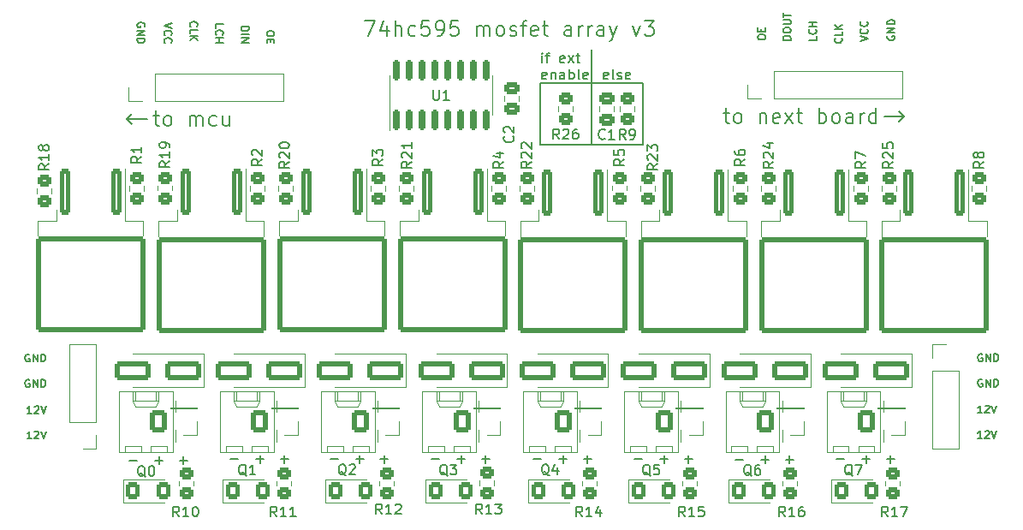
<source format=gto>
G04 #@! TF.GenerationSoftware,KiCad,Pcbnew,7.0.1*
G04 #@! TF.CreationDate,2025-03-09T11:20:59-05:00*
G04 #@! TF.ProjectId,Shift Register Mosfet Array V3,53686966-7420-4526-9567-697374657220,rev?*
G04 #@! TF.SameCoordinates,Original*
G04 #@! TF.FileFunction,Legend,Top*
G04 #@! TF.FilePolarity,Positive*
%FSLAX46Y46*%
G04 Gerber Fmt 4.6, Leading zero omitted, Abs format (unit mm)*
G04 Created by KiCad (PCBNEW 7.0.1) date 2025-03-09 11:20:59*
%MOMM*%
%LPD*%
G01*
G04 APERTURE LIST*
G04 Aperture macros list*
%AMRoundRect*
0 Rectangle with rounded corners*
0 $1 Rounding radius*
0 $2 $3 $4 $5 $6 $7 $8 $9 X,Y pos of 4 corners*
0 Add a 4 corners polygon primitive as box body*
4,1,4,$2,$3,$4,$5,$6,$7,$8,$9,$2,$3,0*
0 Add four circle primitives for the rounded corners*
1,1,$1+$1,$2,$3*
1,1,$1+$1,$4,$5*
1,1,$1+$1,$6,$7*
1,1,$1+$1,$8,$9*
0 Add four rect primitives between the rounded corners*
20,1,$1+$1,$2,$3,$4,$5,0*
20,1,$1+$1,$4,$5,$6,$7,0*
20,1,$1+$1,$6,$7,$8,$9,0*
20,1,$1+$1,$8,$9,$2,$3,0*%
G04 Aperture macros list end*
%ADD10C,0.150000*%
%ADD11C,0.120000*%
%ADD12RoundRect,0.250000X-0.475000X0.337500X-0.475000X-0.337500X0.475000X-0.337500X0.475000X0.337500X0*%
%ADD13RoundRect,0.250000X-0.450000X0.350000X-0.450000X-0.350000X0.450000X-0.350000X0.450000X0.350000X0*%
%ADD14C,3.200000*%
%ADD15R,1.700000X1.700000*%
%ADD16O,1.700000X1.700000*%
%ADD17RoundRect,0.150000X0.150000X-0.825000X0.150000X0.825000X-0.150000X0.825000X-0.150000X-0.825000X0*%
%ADD18RoundRect,0.250000X-0.300000X2.050000X-0.300000X-2.050000X0.300000X-2.050000X0.300000X2.050000X0*%
%ADD19RoundRect,0.250002X-5.149998X4.449998X-5.149998X-4.449998X5.149998X-4.449998X5.149998X4.449998X0*%
%ADD20RoundRect,0.250000X0.620000X0.845000X-0.620000X0.845000X-0.620000X-0.845000X0.620000X-0.845000X0*%
%ADD21O,1.740000X2.190000*%
%ADD22RoundRect,0.250000X1.500000X0.650000X-1.500000X0.650000X-1.500000X-0.650000X1.500000X-0.650000X0*%
%ADD23RoundRect,0.250000X0.450000X-0.350000X0.450000X0.350000X-0.450000X0.350000X-0.450000X-0.350000X0*%
%ADD24RoundRect,0.250001X-0.462499X-0.624999X0.462499X-0.624999X0.462499X0.624999X-0.462499X0.624999X0*%
G04 APERTURE END LIST*
D10*
X120761047Y-96096000D02*
X120665809Y-96143619D01*
X120665809Y-96143619D02*
X120475333Y-96143619D01*
X120475333Y-96143619D02*
X120380095Y-96096000D01*
X120380095Y-96096000D02*
X120332476Y-96000761D01*
X120332476Y-96000761D02*
X120332476Y-95619809D01*
X120332476Y-95619809D02*
X120380095Y-95524571D01*
X120380095Y-95524571D02*
X120475333Y-95476952D01*
X120475333Y-95476952D02*
X120665809Y-95476952D01*
X120665809Y-95476952D02*
X120761047Y-95524571D01*
X120761047Y-95524571D02*
X120808666Y-95619809D01*
X120808666Y-95619809D02*
X120808666Y-95715047D01*
X120808666Y-95715047D02*
X120332476Y-95810285D01*
X121380095Y-96143619D02*
X121284857Y-96096000D01*
X121284857Y-96096000D02*
X121237238Y-96000761D01*
X121237238Y-96000761D02*
X121237238Y-95143619D01*
X121713429Y-96096000D02*
X121808667Y-96143619D01*
X121808667Y-96143619D02*
X121999143Y-96143619D01*
X121999143Y-96143619D02*
X122094381Y-96096000D01*
X122094381Y-96096000D02*
X122142000Y-96000761D01*
X122142000Y-96000761D02*
X122142000Y-95953142D01*
X122142000Y-95953142D02*
X122094381Y-95857904D01*
X122094381Y-95857904D02*
X121999143Y-95810285D01*
X121999143Y-95810285D02*
X121856286Y-95810285D01*
X121856286Y-95810285D02*
X121761048Y-95762666D01*
X121761048Y-95762666D02*
X121713429Y-95667428D01*
X121713429Y-95667428D02*
X121713429Y-95619809D01*
X121713429Y-95619809D02*
X121761048Y-95524571D01*
X121761048Y-95524571D02*
X121856286Y-95476952D01*
X121856286Y-95476952D02*
X121999143Y-95476952D01*
X121999143Y-95476952D02*
X122094381Y-95524571D01*
X122951524Y-96096000D02*
X122856286Y-96143619D01*
X122856286Y-96143619D02*
X122665810Y-96143619D01*
X122665810Y-96143619D02*
X122570572Y-96096000D01*
X122570572Y-96096000D02*
X122522953Y-96000761D01*
X122522953Y-96000761D02*
X122522953Y-95619809D01*
X122522953Y-95619809D02*
X122570572Y-95524571D01*
X122570572Y-95524571D02*
X122665810Y-95476952D01*
X122665810Y-95476952D02*
X122856286Y-95476952D01*
X122856286Y-95476952D02*
X122951524Y-95524571D01*
X122951524Y-95524571D02*
X122999143Y-95619809D01*
X122999143Y-95619809D02*
X122999143Y-95715047D01*
X122999143Y-95715047D02*
X122522953Y-95810285D01*
X124206000Y-102616000D02*
X124206000Y-96520000D01*
X119126000Y-96520000D02*
X119126000Y-93218000D01*
X114284095Y-94523619D02*
X114284095Y-93856952D01*
X114284095Y-93523619D02*
X114236476Y-93571238D01*
X114236476Y-93571238D02*
X114284095Y-93618857D01*
X114284095Y-93618857D02*
X114331714Y-93571238D01*
X114331714Y-93571238D02*
X114284095Y-93523619D01*
X114284095Y-93523619D02*
X114284095Y-93618857D01*
X114617428Y-93856952D02*
X114998380Y-93856952D01*
X114760285Y-94523619D02*
X114760285Y-93666476D01*
X114760285Y-93666476D02*
X114807904Y-93571238D01*
X114807904Y-93571238D02*
X114903142Y-93523619D01*
X114903142Y-93523619D02*
X114998380Y-93523619D01*
X116474571Y-94476000D02*
X116379333Y-94523619D01*
X116379333Y-94523619D02*
X116188857Y-94523619D01*
X116188857Y-94523619D02*
X116093619Y-94476000D01*
X116093619Y-94476000D02*
X116046000Y-94380761D01*
X116046000Y-94380761D02*
X116046000Y-93999809D01*
X116046000Y-93999809D02*
X116093619Y-93904571D01*
X116093619Y-93904571D02*
X116188857Y-93856952D01*
X116188857Y-93856952D02*
X116379333Y-93856952D01*
X116379333Y-93856952D02*
X116474571Y-93904571D01*
X116474571Y-93904571D02*
X116522190Y-93999809D01*
X116522190Y-93999809D02*
X116522190Y-94095047D01*
X116522190Y-94095047D02*
X116046000Y-94190285D01*
X116855524Y-94523619D02*
X117379333Y-93856952D01*
X116855524Y-93856952D02*
X117379333Y-94523619D01*
X117617429Y-93856952D02*
X117998381Y-93856952D01*
X117760286Y-93523619D02*
X117760286Y-94380761D01*
X117760286Y-94380761D02*
X117807905Y-94476000D01*
X117807905Y-94476000D02*
X117903143Y-94523619D01*
X117903143Y-94523619D02*
X117998381Y-94523619D01*
X114665047Y-96096000D02*
X114569809Y-96143619D01*
X114569809Y-96143619D02*
X114379333Y-96143619D01*
X114379333Y-96143619D02*
X114284095Y-96096000D01*
X114284095Y-96096000D02*
X114236476Y-96000761D01*
X114236476Y-96000761D02*
X114236476Y-95619809D01*
X114236476Y-95619809D02*
X114284095Y-95524571D01*
X114284095Y-95524571D02*
X114379333Y-95476952D01*
X114379333Y-95476952D02*
X114569809Y-95476952D01*
X114569809Y-95476952D02*
X114665047Y-95524571D01*
X114665047Y-95524571D02*
X114712666Y-95619809D01*
X114712666Y-95619809D02*
X114712666Y-95715047D01*
X114712666Y-95715047D02*
X114236476Y-95810285D01*
X115141238Y-95476952D02*
X115141238Y-96143619D01*
X115141238Y-95572190D02*
X115188857Y-95524571D01*
X115188857Y-95524571D02*
X115284095Y-95476952D01*
X115284095Y-95476952D02*
X115426952Y-95476952D01*
X115426952Y-95476952D02*
X115522190Y-95524571D01*
X115522190Y-95524571D02*
X115569809Y-95619809D01*
X115569809Y-95619809D02*
X115569809Y-96143619D01*
X116474571Y-96143619D02*
X116474571Y-95619809D01*
X116474571Y-95619809D02*
X116426952Y-95524571D01*
X116426952Y-95524571D02*
X116331714Y-95476952D01*
X116331714Y-95476952D02*
X116141238Y-95476952D01*
X116141238Y-95476952D02*
X116046000Y-95524571D01*
X116474571Y-96096000D02*
X116379333Y-96143619D01*
X116379333Y-96143619D02*
X116141238Y-96143619D01*
X116141238Y-96143619D02*
X116046000Y-96096000D01*
X116046000Y-96096000D02*
X115998381Y-96000761D01*
X115998381Y-96000761D02*
X115998381Y-95905523D01*
X115998381Y-95905523D02*
X116046000Y-95810285D01*
X116046000Y-95810285D02*
X116141238Y-95762666D01*
X116141238Y-95762666D02*
X116379333Y-95762666D01*
X116379333Y-95762666D02*
X116474571Y-95715047D01*
X116950762Y-96143619D02*
X116950762Y-95143619D01*
X116950762Y-95524571D02*
X117046000Y-95476952D01*
X117046000Y-95476952D02*
X117236476Y-95476952D01*
X117236476Y-95476952D02*
X117331714Y-95524571D01*
X117331714Y-95524571D02*
X117379333Y-95572190D01*
X117379333Y-95572190D02*
X117426952Y-95667428D01*
X117426952Y-95667428D02*
X117426952Y-95953142D01*
X117426952Y-95953142D02*
X117379333Y-96048380D01*
X117379333Y-96048380D02*
X117331714Y-96096000D01*
X117331714Y-96096000D02*
X117236476Y-96143619D01*
X117236476Y-96143619D02*
X117046000Y-96143619D01*
X117046000Y-96143619D02*
X116950762Y-96096000D01*
X117998381Y-96143619D02*
X117903143Y-96096000D01*
X117903143Y-96096000D02*
X117855524Y-96000761D01*
X117855524Y-96000761D02*
X117855524Y-95143619D01*
X118760286Y-96096000D02*
X118665048Y-96143619D01*
X118665048Y-96143619D02*
X118474572Y-96143619D01*
X118474572Y-96143619D02*
X118379334Y-96096000D01*
X118379334Y-96096000D02*
X118331715Y-96000761D01*
X118331715Y-96000761D02*
X118331715Y-95619809D01*
X118331715Y-95619809D02*
X118379334Y-95524571D01*
X118379334Y-95524571D02*
X118474572Y-95476952D01*
X118474572Y-95476952D02*
X118665048Y-95476952D01*
X118665048Y-95476952D02*
X118760286Y-95524571D01*
X118760286Y-95524571D02*
X118807905Y-95619809D01*
X118807905Y-95619809D02*
X118807905Y-95715047D01*
X118807905Y-95715047D02*
X118331715Y-95810285D01*
X114046000Y-102616000D02*
X119126000Y-102616000D01*
X114046000Y-96520000D02*
X114046000Y-102616000D01*
X119126000Y-96520000D02*
X114046000Y-96520000D01*
X124206000Y-96520000D02*
X119126000Y-96520000D01*
X119126000Y-96520000D02*
X119126000Y-102616000D01*
X119126000Y-102616000D02*
X124206000Y-102616000D01*
X141406964Y-91906285D02*
X141406964Y-92263428D01*
X141406964Y-92263428D02*
X140656964Y-92263428D01*
X141335535Y-91227714D02*
X141371250Y-91263428D01*
X141371250Y-91263428D02*
X141406964Y-91370571D01*
X141406964Y-91370571D02*
X141406964Y-91441999D01*
X141406964Y-91441999D02*
X141371250Y-91549142D01*
X141371250Y-91549142D02*
X141299821Y-91620571D01*
X141299821Y-91620571D02*
X141228392Y-91656285D01*
X141228392Y-91656285D02*
X141085535Y-91691999D01*
X141085535Y-91691999D02*
X140978392Y-91691999D01*
X140978392Y-91691999D02*
X140835535Y-91656285D01*
X140835535Y-91656285D02*
X140764107Y-91620571D01*
X140764107Y-91620571D02*
X140692678Y-91549142D01*
X140692678Y-91549142D02*
X140656964Y-91441999D01*
X140656964Y-91441999D02*
X140656964Y-91370571D01*
X140656964Y-91370571D02*
X140692678Y-91263428D01*
X140692678Y-91263428D02*
X140728392Y-91227714D01*
X141406964Y-90906285D02*
X140656964Y-90906285D01*
X141014107Y-90906285D02*
X141014107Y-90477714D01*
X141406964Y-90477714D02*
X140656964Y-90477714D01*
X96734285Y-90379928D02*
X97734285Y-90379928D01*
X97734285Y-90379928D02*
X97091428Y-91879928D01*
X98948571Y-90879928D02*
X98948571Y-91879928D01*
X98591428Y-90308500D02*
X98234285Y-91379928D01*
X98234285Y-91379928D02*
X99162856Y-91379928D01*
X99734284Y-91879928D02*
X99734284Y-90379928D01*
X100377142Y-91879928D02*
X100377142Y-91094214D01*
X100377142Y-91094214D02*
X100305713Y-90951357D01*
X100305713Y-90951357D02*
X100162856Y-90879928D01*
X100162856Y-90879928D02*
X99948570Y-90879928D01*
X99948570Y-90879928D02*
X99805713Y-90951357D01*
X99805713Y-90951357D02*
X99734284Y-91022785D01*
X101734285Y-91808500D02*
X101591427Y-91879928D01*
X101591427Y-91879928D02*
X101305713Y-91879928D01*
X101305713Y-91879928D02*
X101162856Y-91808500D01*
X101162856Y-91808500D02*
X101091427Y-91737071D01*
X101091427Y-91737071D02*
X101019999Y-91594214D01*
X101019999Y-91594214D02*
X101019999Y-91165642D01*
X101019999Y-91165642D02*
X101091427Y-91022785D01*
X101091427Y-91022785D02*
X101162856Y-90951357D01*
X101162856Y-90951357D02*
X101305713Y-90879928D01*
X101305713Y-90879928D02*
X101591427Y-90879928D01*
X101591427Y-90879928D02*
X101734285Y-90951357D01*
X103091427Y-90379928D02*
X102377141Y-90379928D01*
X102377141Y-90379928D02*
X102305713Y-91094214D01*
X102305713Y-91094214D02*
X102377141Y-91022785D01*
X102377141Y-91022785D02*
X102519999Y-90951357D01*
X102519999Y-90951357D02*
X102877141Y-90951357D01*
X102877141Y-90951357D02*
X103019999Y-91022785D01*
X103019999Y-91022785D02*
X103091427Y-91094214D01*
X103091427Y-91094214D02*
X103162856Y-91237071D01*
X103162856Y-91237071D02*
X103162856Y-91594214D01*
X103162856Y-91594214D02*
X103091427Y-91737071D01*
X103091427Y-91737071D02*
X103019999Y-91808500D01*
X103019999Y-91808500D02*
X102877141Y-91879928D01*
X102877141Y-91879928D02*
X102519999Y-91879928D01*
X102519999Y-91879928D02*
X102377141Y-91808500D01*
X102377141Y-91808500D02*
X102305713Y-91737071D01*
X103877141Y-91879928D02*
X104162855Y-91879928D01*
X104162855Y-91879928D02*
X104305712Y-91808500D01*
X104305712Y-91808500D02*
X104377141Y-91737071D01*
X104377141Y-91737071D02*
X104519998Y-91522785D01*
X104519998Y-91522785D02*
X104591427Y-91237071D01*
X104591427Y-91237071D02*
X104591427Y-90665642D01*
X104591427Y-90665642D02*
X104519998Y-90522785D01*
X104519998Y-90522785D02*
X104448570Y-90451357D01*
X104448570Y-90451357D02*
X104305712Y-90379928D01*
X104305712Y-90379928D02*
X104019998Y-90379928D01*
X104019998Y-90379928D02*
X103877141Y-90451357D01*
X103877141Y-90451357D02*
X103805712Y-90522785D01*
X103805712Y-90522785D02*
X103734284Y-90665642D01*
X103734284Y-90665642D02*
X103734284Y-91022785D01*
X103734284Y-91022785D02*
X103805712Y-91165642D01*
X103805712Y-91165642D02*
X103877141Y-91237071D01*
X103877141Y-91237071D02*
X104019998Y-91308500D01*
X104019998Y-91308500D02*
X104305712Y-91308500D01*
X104305712Y-91308500D02*
X104448570Y-91237071D01*
X104448570Y-91237071D02*
X104519998Y-91165642D01*
X104519998Y-91165642D02*
X104591427Y-91022785D01*
X105948569Y-90379928D02*
X105234283Y-90379928D01*
X105234283Y-90379928D02*
X105162855Y-91094214D01*
X105162855Y-91094214D02*
X105234283Y-91022785D01*
X105234283Y-91022785D02*
X105377141Y-90951357D01*
X105377141Y-90951357D02*
X105734283Y-90951357D01*
X105734283Y-90951357D02*
X105877141Y-91022785D01*
X105877141Y-91022785D02*
X105948569Y-91094214D01*
X105948569Y-91094214D02*
X106019998Y-91237071D01*
X106019998Y-91237071D02*
X106019998Y-91594214D01*
X106019998Y-91594214D02*
X105948569Y-91737071D01*
X105948569Y-91737071D02*
X105877141Y-91808500D01*
X105877141Y-91808500D02*
X105734283Y-91879928D01*
X105734283Y-91879928D02*
X105377141Y-91879928D01*
X105377141Y-91879928D02*
X105234283Y-91808500D01*
X105234283Y-91808500D02*
X105162855Y-91737071D01*
X107805711Y-91879928D02*
X107805711Y-90879928D01*
X107805711Y-91022785D02*
X107877140Y-90951357D01*
X107877140Y-90951357D02*
X108019997Y-90879928D01*
X108019997Y-90879928D02*
X108234283Y-90879928D01*
X108234283Y-90879928D02*
X108377140Y-90951357D01*
X108377140Y-90951357D02*
X108448569Y-91094214D01*
X108448569Y-91094214D02*
X108448569Y-91879928D01*
X108448569Y-91094214D02*
X108519997Y-90951357D01*
X108519997Y-90951357D02*
X108662854Y-90879928D01*
X108662854Y-90879928D02*
X108877140Y-90879928D01*
X108877140Y-90879928D02*
X109019997Y-90951357D01*
X109019997Y-90951357D02*
X109091426Y-91094214D01*
X109091426Y-91094214D02*
X109091426Y-91879928D01*
X110019997Y-91879928D02*
X109877140Y-91808500D01*
X109877140Y-91808500D02*
X109805711Y-91737071D01*
X109805711Y-91737071D02*
X109734283Y-91594214D01*
X109734283Y-91594214D02*
X109734283Y-91165642D01*
X109734283Y-91165642D02*
X109805711Y-91022785D01*
X109805711Y-91022785D02*
X109877140Y-90951357D01*
X109877140Y-90951357D02*
X110019997Y-90879928D01*
X110019997Y-90879928D02*
X110234283Y-90879928D01*
X110234283Y-90879928D02*
X110377140Y-90951357D01*
X110377140Y-90951357D02*
X110448569Y-91022785D01*
X110448569Y-91022785D02*
X110519997Y-91165642D01*
X110519997Y-91165642D02*
X110519997Y-91594214D01*
X110519997Y-91594214D02*
X110448569Y-91737071D01*
X110448569Y-91737071D02*
X110377140Y-91808500D01*
X110377140Y-91808500D02*
X110234283Y-91879928D01*
X110234283Y-91879928D02*
X110019997Y-91879928D01*
X111091426Y-91808500D02*
X111234283Y-91879928D01*
X111234283Y-91879928D02*
X111519997Y-91879928D01*
X111519997Y-91879928D02*
X111662854Y-91808500D01*
X111662854Y-91808500D02*
X111734283Y-91665642D01*
X111734283Y-91665642D02*
X111734283Y-91594214D01*
X111734283Y-91594214D02*
X111662854Y-91451357D01*
X111662854Y-91451357D02*
X111519997Y-91379928D01*
X111519997Y-91379928D02*
X111305712Y-91379928D01*
X111305712Y-91379928D02*
X111162854Y-91308500D01*
X111162854Y-91308500D02*
X111091426Y-91165642D01*
X111091426Y-91165642D02*
X111091426Y-91094214D01*
X111091426Y-91094214D02*
X111162854Y-90951357D01*
X111162854Y-90951357D02*
X111305712Y-90879928D01*
X111305712Y-90879928D02*
X111519997Y-90879928D01*
X111519997Y-90879928D02*
X111662854Y-90951357D01*
X112162855Y-90879928D02*
X112734283Y-90879928D01*
X112377140Y-91879928D02*
X112377140Y-90594214D01*
X112377140Y-90594214D02*
X112448569Y-90451357D01*
X112448569Y-90451357D02*
X112591426Y-90379928D01*
X112591426Y-90379928D02*
X112734283Y-90379928D01*
X113805712Y-91808500D02*
X113662855Y-91879928D01*
X113662855Y-91879928D02*
X113377141Y-91879928D01*
X113377141Y-91879928D02*
X113234283Y-91808500D01*
X113234283Y-91808500D02*
X113162855Y-91665642D01*
X113162855Y-91665642D02*
X113162855Y-91094214D01*
X113162855Y-91094214D02*
X113234283Y-90951357D01*
X113234283Y-90951357D02*
X113377141Y-90879928D01*
X113377141Y-90879928D02*
X113662855Y-90879928D01*
X113662855Y-90879928D02*
X113805712Y-90951357D01*
X113805712Y-90951357D02*
X113877141Y-91094214D01*
X113877141Y-91094214D02*
X113877141Y-91237071D01*
X113877141Y-91237071D02*
X113162855Y-91379928D01*
X114305712Y-90879928D02*
X114877140Y-90879928D01*
X114519997Y-90379928D02*
X114519997Y-91665642D01*
X114519997Y-91665642D02*
X114591426Y-91808500D01*
X114591426Y-91808500D02*
X114734283Y-91879928D01*
X114734283Y-91879928D02*
X114877140Y-91879928D01*
X117162855Y-91879928D02*
X117162855Y-91094214D01*
X117162855Y-91094214D02*
X117091426Y-90951357D01*
X117091426Y-90951357D02*
X116948569Y-90879928D01*
X116948569Y-90879928D02*
X116662855Y-90879928D01*
X116662855Y-90879928D02*
X116519997Y-90951357D01*
X117162855Y-91808500D02*
X117019997Y-91879928D01*
X117019997Y-91879928D02*
X116662855Y-91879928D01*
X116662855Y-91879928D02*
X116519997Y-91808500D01*
X116519997Y-91808500D02*
X116448569Y-91665642D01*
X116448569Y-91665642D02*
X116448569Y-91522785D01*
X116448569Y-91522785D02*
X116519997Y-91379928D01*
X116519997Y-91379928D02*
X116662855Y-91308500D01*
X116662855Y-91308500D02*
X117019997Y-91308500D01*
X117019997Y-91308500D02*
X117162855Y-91237071D01*
X117877140Y-91879928D02*
X117877140Y-90879928D01*
X117877140Y-91165642D02*
X117948569Y-91022785D01*
X117948569Y-91022785D02*
X118019998Y-90951357D01*
X118019998Y-90951357D02*
X118162855Y-90879928D01*
X118162855Y-90879928D02*
X118305712Y-90879928D01*
X118805711Y-91879928D02*
X118805711Y-90879928D01*
X118805711Y-91165642D02*
X118877140Y-91022785D01*
X118877140Y-91022785D02*
X118948569Y-90951357D01*
X118948569Y-90951357D02*
X119091426Y-90879928D01*
X119091426Y-90879928D02*
X119234283Y-90879928D01*
X120377140Y-91879928D02*
X120377140Y-91094214D01*
X120377140Y-91094214D02*
X120305711Y-90951357D01*
X120305711Y-90951357D02*
X120162854Y-90879928D01*
X120162854Y-90879928D02*
X119877140Y-90879928D01*
X119877140Y-90879928D02*
X119734282Y-90951357D01*
X120377140Y-91808500D02*
X120234282Y-91879928D01*
X120234282Y-91879928D02*
X119877140Y-91879928D01*
X119877140Y-91879928D02*
X119734282Y-91808500D01*
X119734282Y-91808500D02*
X119662854Y-91665642D01*
X119662854Y-91665642D02*
X119662854Y-91522785D01*
X119662854Y-91522785D02*
X119734282Y-91379928D01*
X119734282Y-91379928D02*
X119877140Y-91308500D01*
X119877140Y-91308500D02*
X120234282Y-91308500D01*
X120234282Y-91308500D02*
X120377140Y-91237071D01*
X120948568Y-90879928D02*
X121305711Y-91879928D01*
X121662854Y-90879928D02*
X121305711Y-91879928D01*
X121305711Y-91879928D02*
X121162854Y-92237071D01*
X121162854Y-92237071D02*
X121091425Y-92308500D01*
X121091425Y-92308500D02*
X120948568Y-92379928D01*
X123234282Y-90879928D02*
X123591425Y-91879928D01*
X123591425Y-91879928D02*
X123948568Y-90879928D01*
X124377139Y-90379928D02*
X125305711Y-90379928D01*
X125305711Y-90379928D02*
X124805711Y-90951357D01*
X124805711Y-90951357D02*
X125019996Y-90951357D01*
X125019996Y-90951357D02*
X125162854Y-91022785D01*
X125162854Y-91022785D02*
X125234282Y-91094214D01*
X125234282Y-91094214D02*
X125305711Y-91237071D01*
X125305711Y-91237071D02*
X125305711Y-91594214D01*
X125305711Y-91594214D02*
X125234282Y-91737071D01*
X125234282Y-91737071D02*
X125162854Y-91808500D01*
X125162854Y-91808500D02*
X125019996Y-91879928D01*
X125019996Y-91879928D02*
X124591425Y-91879928D01*
X124591425Y-91879928D02*
X124448568Y-91808500D01*
X124448568Y-91808500D02*
X124377139Y-91737071D01*
X145736964Y-92370571D02*
X146486964Y-92120571D01*
X146486964Y-92120571D02*
X145736964Y-91870571D01*
X146415535Y-91192000D02*
X146451250Y-91227714D01*
X146451250Y-91227714D02*
X146486964Y-91334857D01*
X146486964Y-91334857D02*
X146486964Y-91406285D01*
X146486964Y-91406285D02*
X146451250Y-91513428D01*
X146451250Y-91513428D02*
X146379821Y-91584857D01*
X146379821Y-91584857D02*
X146308392Y-91620571D01*
X146308392Y-91620571D02*
X146165535Y-91656285D01*
X146165535Y-91656285D02*
X146058392Y-91656285D01*
X146058392Y-91656285D02*
X145915535Y-91620571D01*
X145915535Y-91620571D02*
X145844107Y-91584857D01*
X145844107Y-91584857D02*
X145772678Y-91513428D01*
X145772678Y-91513428D02*
X145736964Y-91406285D01*
X145736964Y-91406285D02*
X145736964Y-91334857D01*
X145736964Y-91334857D02*
X145772678Y-91227714D01*
X145772678Y-91227714D02*
X145808392Y-91192000D01*
X146415535Y-90442000D02*
X146451250Y-90477714D01*
X146451250Y-90477714D02*
X146486964Y-90584857D01*
X146486964Y-90584857D02*
X146486964Y-90656285D01*
X146486964Y-90656285D02*
X146451250Y-90763428D01*
X146451250Y-90763428D02*
X146379821Y-90834857D01*
X146379821Y-90834857D02*
X146308392Y-90870571D01*
X146308392Y-90870571D02*
X146165535Y-90906285D01*
X146165535Y-90906285D02*
X146058392Y-90906285D01*
X146058392Y-90906285D02*
X145915535Y-90870571D01*
X145915535Y-90870571D02*
X145844107Y-90834857D01*
X145844107Y-90834857D02*
X145772678Y-90763428D01*
X145772678Y-90763428D02*
X145736964Y-90656285D01*
X145736964Y-90656285D02*
X145736964Y-90584857D01*
X145736964Y-90584857D02*
X145772678Y-90477714D01*
X145772678Y-90477714D02*
X145808392Y-90442000D01*
X138866964Y-92263428D02*
X138116964Y-92263428D01*
X138116964Y-92263428D02*
X138116964Y-92084857D01*
X138116964Y-92084857D02*
X138152678Y-91977714D01*
X138152678Y-91977714D02*
X138224107Y-91906285D01*
X138224107Y-91906285D02*
X138295535Y-91870571D01*
X138295535Y-91870571D02*
X138438392Y-91834857D01*
X138438392Y-91834857D02*
X138545535Y-91834857D01*
X138545535Y-91834857D02*
X138688392Y-91870571D01*
X138688392Y-91870571D02*
X138759821Y-91906285D01*
X138759821Y-91906285D02*
X138831250Y-91977714D01*
X138831250Y-91977714D02*
X138866964Y-92084857D01*
X138866964Y-92084857D02*
X138866964Y-92263428D01*
X138116964Y-91370571D02*
X138116964Y-91227714D01*
X138116964Y-91227714D02*
X138152678Y-91156285D01*
X138152678Y-91156285D02*
X138224107Y-91084857D01*
X138224107Y-91084857D02*
X138366964Y-91049142D01*
X138366964Y-91049142D02*
X138616964Y-91049142D01*
X138616964Y-91049142D02*
X138759821Y-91084857D01*
X138759821Y-91084857D02*
X138831250Y-91156285D01*
X138831250Y-91156285D02*
X138866964Y-91227714D01*
X138866964Y-91227714D02*
X138866964Y-91370571D01*
X138866964Y-91370571D02*
X138831250Y-91442000D01*
X138831250Y-91442000D02*
X138759821Y-91513428D01*
X138759821Y-91513428D02*
X138616964Y-91549142D01*
X138616964Y-91549142D02*
X138366964Y-91549142D01*
X138366964Y-91549142D02*
X138224107Y-91513428D01*
X138224107Y-91513428D02*
X138152678Y-91442000D01*
X138152678Y-91442000D02*
X138116964Y-91370571D01*
X138116964Y-90727714D02*
X138724107Y-90727714D01*
X138724107Y-90727714D02*
X138795535Y-90692000D01*
X138795535Y-90692000D02*
X138831250Y-90656286D01*
X138831250Y-90656286D02*
X138866964Y-90584857D01*
X138866964Y-90584857D02*
X138866964Y-90442000D01*
X138866964Y-90442000D02*
X138831250Y-90370571D01*
X138831250Y-90370571D02*
X138795535Y-90334857D01*
X138795535Y-90334857D02*
X138724107Y-90299143D01*
X138724107Y-90299143D02*
X138116964Y-90299143D01*
X138116964Y-90049143D02*
X138116964Y-89620572D01*
X138866964Y-89834857D02*
X138116964Y-89834857D01*
X143865535Y-92088857D02*
X143901250Y-92124571D01*
X143901250Y-92124571D02*
X143936964Y-92231714D01*
X143936964Y-92231714D02*
X143936964Y-92303142D01*
X143936964Y-92303142D02*
X143901250Y-92410285D01*
X143901250Y-92410285D02*
X143829821Y-92481714D01*
X143829821Y-92481714D02*
X143758392Y-92517428D01*
X143758392Y-92517428D02*
X143615535Y-92553142D01*
X143615535Y-92553142D02*
X143508392Y-92553142D01*
X143508392Y-92553142D02*
X143365535Y-92517428D01*
X143365535Y-92517428D02*
X143294107Y-92481714D01*
X143294107Y-92481714D02*
X143222678Y-92410285D01*
X143222678Y-92410285D02*
X143186964Y-92303142D01*
X143186964Y-92303142D02*
X143186964Y-92231714D01*
X143186964Y-92231714D02*
X143222678Y-92124571D01*
X143222678Y-92124571D02*
X143258392Y-92088857D01*
X143936964Y-91410285D02*
X143936964Y-91767428D01*
X143936964Y-91767428D02*
X143186964Y-91767428D01*
X143936964Y-91160285D02*
X143186964Y-91160285D01*
X143936964Y-90731714D02*
X143508392Y-91053142D01*
X143186964Y-90731714D02*
X143615535Y-91160285D01*
X148439678Y-91870571D02*
X148403964Y-91942000D01*
X148403964Y-91942000D02*
X148403964Y-92049142D01*
X148403964Y-92049142D02*
X148439678Y-92156285D01*
X148439678Y-92156285D02*
X148511107Y-92227714D01*
X148511107Y-92227714D02*
X148582535Y-92263428D01*
X148582535Y-92263428D02*
X148725392Y-92299142D01*
X148725392Y-92299142D02*
X148832535Y-92299142D01*
X148832535Y-92299142D02*
X148975392Y-92263428D01*
X148975392Y-92263428D02*
X149046821Y-92227714D01*
X149046821Y-92227714D02*
X149118250Y-92156285D01*
X149118250Y-92156285D02*
X149153964Y-92049142D01*
X149153964Y-92049142D02*
X149153964Y-91977714D01*
X149153964Y-91977714D02*
X149118250Y-91870571D01*
X149118250Y-91870571D02*
X149082535Y-91834857D01*
X149082535Y-91834857D02*
X148832535Y-91834857D01*
X148832535Y-91834857D02*
X148832535Y-91977714D01*
X149153964Y-91513428D02*
X148403964Y-91513428D01*
X148403964Y-91513428D02*
X149153964Y-91084857D01*
X149153964Y-91084857D02*
X148403964Y-91084857D01*
X149153964Y-90727714D02*
X148403964Y-90727714D01*
X148403964Y-90727714D02*
X148403964Y-90549143D01*
X148403964Y-90549143D02*
X148439678Y-90442000D01*
X148439678Y-90442000D02*
X148511107Y-90370571D01*
X148511107Y-90370571D02*
X148582535Y-90334857D01*
X148582535Y-90334857D02*
X148725392Y-90299143D01*
X148725392Y-90299143D02*
X148832535Y-90299143D01*
X148832535Y-90299143D02*
X148975392Y-90334857D01*
X148975392Y-90334857D02*
X149046821Y-90370571D01*
X149046821Y-90370571D02*
X149118250Y-90442000D01*
X149118250Y-90442000D02*
X149153964Y-90549143D01*
X149153964Y-90549143D02*
X149153964Y-90727714D01*
X135596964Y-92050571D02*
X135596964Y-91907714D01*
X135596964Y-91907714D02*
X135632678Y-91836285D01*
X135632678Y-91836285D02*
X135704107Y-91764857D01*
X135704107Y-91764857D02*
X135846964Y-91729142D01*
X135846964Y-91729142D02*
X136096964Y-91729142D01*
X136096964Y-91729142D02*
X136239821Y-91764857D01*
X136239821Y-91764857D02*
X136311250Y-91836285D01*
X136311250Y-91836285D02*
X136346964Y-91907714D01*
X136346964Y-91907714D02*
X136346964Y-92050571D01*
X136346964Y-92050571D02*
X136311250Y-92122000D01*
X136311250Y-92122000D02*
X136239821Y-92193428D01*
X136239821Y-92193428D02*
X136096964Y-92229142D01*
X136096964Y-92229142D02*
X135846964Y-92229142D01*
X135846964Y-92229142D02*
X135704107Y-92193428D01*
X135704107Y-92193428D02*
X135632678Y-92122000D01*
X135632678Y-92122000D02*
X135596964Y-92050571D01*
X135954107Y-91407714D02*
X135954107Y-91157714D01*
X136346964Y-91050571D02*
X136346964Y-91407714D01*
X136346964Y-91407714D02*
X135596964Y-91407714D01*
X135596964Y-91407714D02*
X135596964Y-91050571D01*
X74926321Y-90975714D02*
X74962035Y-90904286D01*
X74962035Y-90904286D02*
X74962035Y-90797143D01*
X74962035Y-90797143D02*
X74926321Y-90690000D01*
X74926321Y-90690000D02*
X74854892Y-90618571D01*
X74854892Y-90618571D02*
X74783464Y-90582857D01*
X74783464Y-90582857D02*
X74640607Y-90547143D01*
X74640607Y-90547143D02*
X74533464Y-90547143D01*
X74533464Y-90547143D02*
X74390607Y-90582857D01*
X74390607Y-90582857D02*
X74319178Y-90618571D01*
X74319178Y-90618571D02*
X74247750Y-90690000D01*
X74247750Y-90690000D02*
X74212035Y-90797143D01*
X74212035Y-90797143D02*
X74212035Y-90868571D01*
X74212035Y-90868571D02*
X74247750Y-90975714D01*
X74247750Y-90975714D02*
X74283464Y-91011428D01*
X74283464Y-91011428D02*
X74533464Y-91011428D01*
X74533464Y-91011428D02*
X74533464Y-90868571D01*
X74212035Y-91332857D02*
X74962035Y-91332857D01*
X74962035Y-91332857D02*
X74212035Y-91761428D01*
X74212035Y-91761428D02*
X74962035Y-91761428D01*
X74212035Y-92118571D02*
X74962035Y-92118571D01*
X74962035Y-92118571D02*
X74962035Y-92297142D01*
X74962035Y-92297142D02*
X74926321Y-92404285D01*
X74926321Y-92404285D02*
X74854892Y-92475714D01*
X74854892Y-92475714D02*
X74783464Y-92511428D01*
X74783464Y-92511428D02*
X74640607Y-92547142D01*
X74640607Y-92547142D02*
X74533464Y-92547142D01*
X74533464Y-92547142D02*
X74390607Y-92511428D01*
X74390607Y-92511428D02*
X74319178Y-92475714D01*
X74319178Y-92475714D02*
X74247750Y-92404285D01*
X74247750Y-92404285D02*
X74212035Y-92297142D01*
X74212035Y-92297142D02*
X74212035Y-92118571D01*
X84499035Y-90975714D02*
X85249035Y-90975714D01*
X85249035Y-90975714D02*
X85249035Y-91154285D01*
X85249035Y-91154285D02*
X85213321Y-91261428D01*
X85213321Y-91261428D02*
X85141892Y-91332857D01*
X85141892Y-91332857D02*
X85070464Y-91368571D01*
X85070464Y-91368571D02*
X84927607Y-91404285D01*
X84927607Y-91404285D02*
X84820464Y-91404285D01*
X84820464Y-91404285D02*
X84677607Y-91368571D01*
X84677607Y-91368571D02*
X84606178Y-91332857D01*
X84606178Y-91332857D02*
X84534750Y-91261428D01*
X84534750Y-91261428D02*
X84499035Y-91154285D01*
X84499035Y-91154285D02*
X84499035Y-90975714D01*
X84499035Y-91725714D02*
X85249035Y-91725714D01*
X84499035Y-92082857D02*
X85249035Y-92082857D01*
X85249035Y-92082857D02*
X84499035Y-92511428D01*
X84499035Y-92511428D02*
X85249035Y-92511428D01*
X87779035Y-91557143D02*
X87779035Y-91700000D01*
X87779035Y-91700000D02*
X87743321Y-91771429D01*
X87743321Y-91771429D02*
X87671892Y-91842857D01*
X87671892Y-91842857D02*
X87529035Y-91878572D01*
X87529035Y-91878572D02*
X87279035Y-91878572D01*
X87279035Y-91878572D02*
X87136178Y-91842857D01*
X87136178Y-91842857D02*
X87064750Y-91771429D01*
X87064750Y-91771429D02*
X87029035Y-91700000D01*
X87029035Y-91700000D02*
X87029035Y-91557143D01*
X87029035Y-91557143D02*
X87064750Y-91485715D01*
X87064750Y-91485715D02*
X87136178Y-91414286D01*
X87136178Y-91414286D02*
X87279035Y-91378572D01*
X87279035Y-91378572D02*
X87529035Y-91378572D01*
X87529035Y-91378572D02*
X87671892Y-91414286D01*
X87671892Y-91414286D02*
X87743321Y-91485715D01*
X87743321Y-91485715D02*
X87779035Y-91557143D01*
X87421892Y-92200000D02*
X87421892Y-92450000D01*
X87029035Y-92557143D02*
X87029035Y-92200000D01*
X87029035Y-92200000D02*
X87779035Y-92200000D01*
X87779035Y-92200000D02*
X87779035Y-92557143D01*
X77629035Y-90618571D02*
X76879035Y-90868571D01*
X76879035Y-90868571D02*
X77629035Y-91118571D01*
X76950464Y-91797142D02*
X76914750Y-91761428D01*
X76914750Y-91761428D02*
X76879035Y-91654285D01*
X76879035Y-91654285D02*
X76879035Y-91582857D01*
X76879035Y-91582857D02*
X76914750Y-91475714D01*
X76914750Y-91475714D02*
X76986178Y-91404285D01*
X76986178Y-91404285D02*
X77057607Y-91368571D01*
X77057607Y-91368571D02*
X77200464Y-91332857D01*
X77200464Y-91332857D02*
X77307607Y-91332857D01*
X77307607Y-91332857D02*
X77450464Y-91368571D01*
X77450464Y-91368571D02*
X77521892Y-91404285D01*
X77521892Y-91404285D02*
X77593321Y-91475714D01*
X77593321Y-91475714D02*
X77629035Y-91582857D01*
X77629035Y-91582857D02*
X77629035Y-91654285D01*
X77629035Y-91654285D02*
X77593321Y-91761428D01*
X77593321Y-91761428D02*
X77557607Y-91797142D01*
X76950464Y-92547142D02*
X76914750Y-92511428D01*
X76914750Y-92511428D02*
X76879035Y-92404285D01*
X76879035Y-92404285D02*
X76879035Y-92332857D01*
X76879035Y-92332857D02*
X76914750Y-92225714D01*
X76914750Y-92225714D02*
X76986178Y-92154285D01*
X76986178Y-92154285D02*
X77057607Y-92118571D01*
X77057607Y-92118571D02*
X77200464Y-92082857D01*
X77200464Y-92082857D02*
X77307607Y-92082857D01*
X77307607Y-92082857D02*
X77450464Y-92118571D01*
X77450464Y-92118571D02*
X77521892Y-92154285D01*
X77521892Y-92154285D02*
X77593321Y-92225714D01*
X77593321Y-92225714D02*
X77629035Y-92332857D01*
X77629035Y-92332857D02*
X77629035Y-92404285D01*
X77629035Y-92404285D02*
X77593321Y-92511428D01*
X77593321Y-92511428D02*
X77557607Y-92547142D01*
X81959035Y-91082857D02*
X81959035Y-90725714D01*
X81959035Y-90725714D02*
X82709035Y-90725714D01*
X82030464Y-91761428D02*
X81994750Y-91725714D01*
X81994750Y-91725714D02*
X81959035Y-91618571D01*
X81959035Y-91618571D02*
X81959035Y-91547143D01*
X81959035Y-91547143D02*
X81994750Y-91440000D01*
X81994750Y-91440000D02*
X82066178Y-91368571D01*
X82066178Y-91368571D02*
X82137607Y-91332857D01*
X82137607Y-91332857D02*
X82280464Y-91297143D01*
X82280464Y-91297143D02*
X82387607Y-91297143D01*
X82387607Y-91297143D02*
X82530464Y-91332857D01*
X82530464Y-91332857D02*
X82601892Y-91368571D01*
X82601892Y-91368571D02*
X82673321Y-91440000D01*
X82673321Y-91440000D02*
X82709035Y-91547143D01*
X82709035Y-91547143D02*
X82709035Y-91618571D01*
X82709035Y-91618571D02*
X82673321Y-91725714D01*
X82673321Y-91725714D02*
X82637607Y-91761428D01*
X81959035Y-92082857D02*
X82709035Y-92082857D01*
X82351892Y-92082857D02*
X82351892Y-92511428D01*
X81959035Y-92511428D02*
X82709035Y-92511428D01*
X79490464Y-90935999D02*
X79454750Y-90900285D01*
X79454750Y-90900285D02*
X79419035Y-90793142D01*
X79419035Y-90793142D02*
X79419035Y-90721714D01*
X79419035Y-90721714D02*
X79454750Y-90614571D01*
X79454750Y-90614571D02*
X79526178Y-90543142D01*
X79526178Y-90543142D02*
X79597607Y-90507428D01*
X79597607Y-90507428D02*
X79740464Y-90471714D01*
X79740464Y-90471714D02*
X79847607Y-90471714D01*
X79847607Y-90471714D02*
X79990464Y-90507428D01*
X79990464Y-90507428D02*
X80061892Y-90543142D01*
X80061892Y-90543142D02*
X80133321Y-90614571D01*
X80133321Y-90614571D02*
X80169035Y-90721714D01*
X80169035Y-90721714D02*
X80169035Y-90793142D01*
X80169035Y-90793142D02*
X80133321Y-90900285D01*
X80133321Y-90900285D02*
X80097607Y-90935999D01*
X79419035Y-91614571D02*
X79419035Y-91257428D01*
X79419035Y-91257428D02*
X80169035Y-91257428D01*
X79419035Y-91864571D02*
X80169035Y-91864571D01*
X79419035Y-92293142D02*
X79847607Y-91971714D01*
X80169035Y-92293142D02*
X79740464Y-91864571D01*
X73692000Y-99576000D02*
X73192000Y-100076000D01*
X73192000Y-100076000D02*
X73692000Y-100576000D01*
X73192000Y-100076000D02*
X75192000Y-100076000D01*
X75834857Y-99769928D02*
X76406285Y-99769928D01*
X76049142Y-99269928D02*
X76049142Y-100555642D01*
X76049142Y-100555642D02*
X76120571Y-100698500D01*
X76120571Y-100698500D02*
X76263428Y-100769928D01*
X76263428Y-100769928D02*
X76406285Y-100769928D01*
X77120571Y-100769928D02*
X76977714Y-100698500D01*
X76977714Y-100698500D02*
X76906285Y-100627071D01*
X76906285Y-100627071D02*
X76834857Y-100484214D01*
X76834857Y-100484214D02*
X76834857Y-100055642D01*
X76834857Y-100055642D02*
X76906285Y-99912785D01*
X76906285Y-99912785D02*
X76977714Y-99841357D01*
X76977714Y-99841357D02*
X77120571Y-99769928D01*
X77120571Y-99769928D02*
X77334857Y-99769928D01*
X77334857Y-99769928D02*
X77477714Y-99841357D01*
X77477714Y-99841357D02*
X77549143Y-99912785D01*
X77549143Y-99912785D02*
X77620571Y-100055642D01*
X77620571Y-100055642D02*
X77620571Y-100484214D01*
X77620571Y-100484214D02*
X77549143Y-100627071D01*
X77549143Y-100627071D02*
X77477714Y-100698500D01*
X77477714Y-100698500D02*
X77334857Y-100769928D01*
X77334857Y-100769928D02*
X77120571Y-100769928D01*
X79406285Y-100769928D02*
X79406285Y-99769928D01*
X79406285Y-99912785D02*
X79477714Y-99841357D01*
X79477714Y-99841357D02*
X79620571Y-99769928D01*
X79620571Y-99769928D02*
X79834857Y-99769928D01*
X79834857Y-99769928D02*
X79977714Y-99841357D01*
X79977714Y-99841357D02*
X80049143Y-99984214D01*
X80049143Y-99984214D02*
X80049143Y-100769928D01*
X80049143Y-99984214D02*
X80120571Y-99841357D01*
X80120571Y-99841357D02*
X80263428Y-99769928D01*
X80263428Y-99769928D02*
X80477714Y-99769928D01*
X80477714Y-99769928D02*
X80620571Y-99841357D01*
X80620571Y-99841357D02*
X80692000Y-99984214D01*
X80692000Y-99984214D02*
X80692000Y-100769928D01*
X82049143Y-100698500D02*
X81906285Y-100769928D01*
X81906285Y-100769928D02*
X81620571Y-100769928D01*
X81620571Y-100769928D02*
X81477714Y-100698500D01*
X81477714Y-100698500D02*
X81406285Y-100627071D01*
X81406285Y-100627071D02*
X81334857Y-100484214D01*
X81334857Y-100484214D02*
X81334857Y-100055642D01*
X81334857Y-100055642D02*
X81406285Y-99912785D01*
X81406285Y-99912785D02*
X81477714Y-99841357D01*
X81477714Y-99841357D02*
X81620571Y-99769928D01*
X81620571Y-99769928D02*
X81906285Y-99769928D01*
X81906285Y-99769928D02*
X82049143Y-99841357D01*
X83334857Y-99769928D02*
X83334857Y-100769928D01*
X82691999Y-99769928D02*
X82691999Y-100555642D01*
X82691999Y-100555642D02*
X82763428Y-100698500D01*
X82763428Y-100698500D02*
X82906285Y-100769928D01*
X82906285Y-100769928D02*
X83120571Y-100769928D01*
X83120571Y-100769928D02*
X83263428Y-100698500D01*
X83263428Y-100698500D02*
X83334857Y-100627071D01*
X150082000Y-99822000D02*
X149582000Y-99322000D01*
X132224857Y-99515928D02*
X132796285Y-99515928D01*
X132439142Y-99015928D02*
X132439142Y-100301642D01*
X132439142Y-100301642D02*
X132510571Y-100444500D01*
X132510571Y-100444500D02*
X132653428Y-100515928D01*
X132653428Y-100515928D02*
X132796285Y-100515928D01*
X133510571Y-100515928D02*
X133367714Y-100444500D01*
X133367714Y-100444500D02*
X133296285Y-100373071D01*
X133296285Y-100373071D02*
X133224857Y-100230214D01*
X133224857Y-100230214D02*
X133224857Y-99801642D01*
X133224857Y-99801642D02*
X133296285Y-99658785D01*
X133296285Y-99658785D02*
X133367714Y-99587357D01*
X133367714Y-99587357D02*
X133510571Y-99515928D01*
X133510571Y-99515928D02*
X133724857Y-99515928D01*
X133724857Y-99515928D02*
X133867714Y-99587357D01*
X133867714Y-99587357D02*
X133939143Y-99658785D01*
X133939143Y-99658785D02*
X134010571Y-99801642D01*
X134010571Y-99801642D02*
X134010571Y-100230214D01*
X134010571Y-100230214D02*
X133939143Y-100373071D01*
X133939143Y-100373071D02*
X133867714Y-100444500D01*
X133867714Y-100444500D02*
X133724857Y-100515928D01*
X133724857Y-100515928D02*
X133510571Y-100515928D01*
X135796285Y-99515928D02*
X135796285Y-100515928D01*
X135796285Y-99658785D02*
X135867714Y-99587357D01*
X135867714Y-99587357D02*
X136010571Y-99515928D01*
X136010571Y-99515928D02*
X136224857Y-99515928D01*
X136224857Y-99515928D02*
X136367714Y-99587357D01*
X136367714Y-99587357D02*
X136439143Y-99730214D01*
X136439143Y-99730214D02*
X136439143Y-100515928D01*
X137724857Y-100444500D02*
X137582000Y-100515928D01*
X137582000Y-100515928D02*
X137296286Y-100515928D01*
X137296286Y-100515928D02*
X137153428Y-100444500D01*
X137153428Y-100444500D02*
X137082000Y-100301642D01*
X137082000Y-100301642D02*
X137082000Y-99730214D01*
X137082000Y-99730214D02*
X137153428Y-99587357D01*
X137153428Y-99587357D02*
X137296286Y-99515928D01*
X137296286Y-99515928D02*
X137582000Y-99515928D01*
X137582000Y-99515928D02*
X137724857Y-99587357D01*
X137724857Y-99587357D02*
X137796286Y-99730214D01*
X137796286Y-99730214D02*
X137796286Y-99873071D01*
X137796286Y-99873071D02*
X137082000Y-100015928D01*
X138296285Y-100515928D02*
X139082000Y-99515928D01*
X138296285Y-99515928D02*
X139082000Y-100515928D01*
X139439143Y-99515928D02*
X140010571Y-99515928D01*
X139653428Y-99015928D02*
X139653428Y-100301642D01*
X139653428Y-100301642D02*
X139724857Y-100444500D01*
X139724857Y-100444500D02*
X139867714Y-100515928D01*
X139867714Y-100515928D02*
X140010571Y-100515928D01*
X141653428Y-100515928D02*
X141653428Y-99015928D01*
X141653428Y-99587357D02*
X141796286Y-99515928D01*
X141796286Y-99515928D02*
X142082000Y-99515928D01*
X142082000Y-99515928D02*
X142224857Y-99587357D01*
X142224857Y-99587357D02*
X142296286Y-99658785D01*
X142296286Y-99658785D02*
X142367714Y-99801642D01*
X142367714Y-99801642D02*
X142367714Y-100230214D01*
X142367714Y-100230214D02*
X142296286Y-100373071D01*
X142296286Y-100373071D02*
X142224857Y-100444500D01*
X142224857Y-100444500D02*
X142082000Y-100515928D01*
X142082000Y-100515928D02*
X141796286Y-100515928D01*
X141796286Y-100515928D02*
X141653428Y-100444500D01*
X143224857Y-100515928D02*
X143082000Y-100444500D01*
X143082000Y-100444500D02*
X143010571Y-100373071D01*
X143010571Y-100373071D02*
X142939143Y-100230214D01*
X142939143Y-100230214D02*
X142939143Y-99801642D01*
X142939143Y-99801642D02*
X143010571Y-99658785D01*
X143010571Y-99658785D02*
X143082000Y-99587357D01*
X143082000Y-99587357D02*
X143224857Y-99515928D01*
X143224857Y-99515928D02*
X143439143Y-99515928D01*
X143439143Y-99515928D02*
X143582000Y-99587357D01*
X143582000Y-99587357D02*
X143653429Y-99658785D01*
X143653429Y-99658785D02*
X143724857Y-99801642D01*
X143724857Y-99801642D02*
X143724857Y-100230214D01*
X143724857Y-100230214D02*
X143653429Y-100373071D01*
X143653429Y-100373071D02*
X143582000Y-100444500D01*
X143582000Y-100444500D02*
X143439143Y-100515928D01*
X143439143Y-100515928D02*
X143224857Y-100515928D01*
X145010572Y-100515928D02*
X145010572Y-99730214D01*
X145010572Y-99730214D02*
X144939143Y-99587357D01*
X144939143Y-99587357D02*
X144796286Y-99515928D01*
X144796286Y-99515928D02*
X144510572Y-99515928D01*
X144510572Y-99515928D02*
X144367714Y-99587357D01*
X145010572Y-100444500D02*
X144867714Y-100515928D01*
X144867714Y-100515928D02*
X144510572Y-100515928D01*
X144510572Y-100515928D02*
X144367714Y-100444500D01*
X144367714Y-100444500D02*
X144296286Y-100301642D01*
X144296286Y-100301642D02*
X144296286Y-100158785D01*
X144296286Y-100158785D02*
X144367714Y-100015928D01*
X144367714Y-100015928D02*
X144510572Y-99944500D01*
X144510572Y-99944500D02*
X144867714Y-99944500D01*
X144867714Y-99944500D02*
X145010572Y-99873071D01*
X145724857Y-100515928D02*
X145724857Y-99515928D01*
X145724857Y-99801642D02*
X145796286Y-99658785D01*
X145796286Y-99658785D02*
X145867715Y-99587357D01*
X145867715Y-99587357D02*
X146010572Y-99515928D01*
X146010572Y-99515928D02*
X146153429Y-99515928D01*
X147296286Y-100515928D02*
X147296286Y-99015928D01*
X147296286Y-100444500D02*
X147153428Y-100515928D01*
X147153428Y-100515928D02*
X146867714Y-100515928D01*
X146867714Y-100515928D02*
X146724857Y-100444500D01*
X146724857Y-100444500D02*
X146653428Y-100373071D01*
X146653428Y-100373071D02*
X146582000Y-100230214D01*
X146582000Y-100230214D02*
X146582000Y-99801642D01*
X146582000Y-99801642D02*
X146653428Y-99658785D01*
X146653428Y-99658785D02*
X146724857Y-99587357D01*
X146724857Y-99587357D02*
X146867714Y-99515928D01*
X146867714Y-99515928D02*
X147153428Y-99515928D01*
X147153428Y-99515928D02*
X147296286Y-99587357D01*
X150082000Y-99822000D02*
X148082000Y-99822000D01*
X149582000Y-100322000D02*
X150082000Y-99822000D01*
X75013761Y-135478857D02*
X74918523Y-135431238D01*
X74918523Y-135431238D02*
X74823285Y-135336000D01*
X74823285Y-135336000D02*
X74680428Y-135193142D01*
X74680428Y-135193142D02*
X74585190Y-135145523D01*
X74585190Y-135145523D02*
X74489952Y-135145523D01*
X74537571Y-135383619D02*
X74442333Y-135336000D01*
X74442333Y-135336000D02*
X74347095Y-135240761D01*
X74347095Y-135240761D02*
X74299476Y-135050285D01*
X74299476Y-135050285D02*
X74299476Y-134716952D01*
X74299476Y-134716952D02*
X74347095Y-134526476D01*
X74347095Y-134526476D02*
X74442333Y-134431238D01*
X74442333Y-134431238D02*
X74537571Y-134383619D01*
X74537571Y-134383619D02*
X74728047Y-134383619D01*
X74728047Y-134383619D02*
X74823285Y-134431238D01*
X74823285Y-134431238D02*
X74918523Y-134526476D01*
X74918523Y-134526476D02*
X74966142Y-134716952D01*
X74966142Y-134716952D02*
X74966142Y-135050285D01*
X74966142Y-135050285D02*
X74918523Y-135240761D01*
X74918523Y-135240761D02*
X74823285Y-135336000D01*
X74823285Y-135336000D02*
X74728047Y-135383619D01*
X74728047Y-135383619D02*
X74537571Y-135383619D01*
X75585190Y-134383619D02*
X75680428Y-134383619D01*
X75680428Y-134383619D02*
X75775666Y-134431238D01*
X75775666Y-134431238D02*
X75823285Y-134478857D01*
X75823285Y-134478857D02*
X75870904Y-134574095D01*
X75870904Y-134574095D02*
X75918523Y-134764571D01*
X75918523Y-134764571D02*
X75918523Y-135002666D01*
X75918523Y-135002666D02*
X75870904Y-135193142D01*
X75870904Y-135193142D02*
X75823285Y-135288380D01*
X75823285Y-135288380D02*
X75775666Y-135336000D01*
X75775666Y-135336000D02*
X75680428Y-135383619D01*
X75680428Y-135383619D02*
X75585190Y-135383619D01*
X75585190Y-135383619D02*
X75489952Y-135336000D01*
X75489952Y-135336000D02*
X75442333Y-135288380D01*
X75442333Y-135288380D02*
X75394714Y-135193142D01*
X75394714Y-135193142D02*
X75347095Y-135002666D01*
X75347095Y-135002666D02*
X75347095Y-134764571D01*
X75347095Y-134764571D02*
X75394714Y-134574095D01*
X75394714Y-134574095D02*
X75442333Y-134478857D01*
X75442333Y-134478857D02*
X75489952Y-134431238D01*
X75489952Y-134431238D02*
X75585190Y-134383619D01*
X85013761Y-135351857D02*
X84918523Y-135304238D01*
X84918523Y-135304238D02*
X84823285Y-135209000D01*
X84823285Y-135209000D02*
X84680428Y-135066142D01*
X84680428Y-135066142D02*
X84585190Y-135018523D01*
X84585190Y-135018523D02*
X84489952Y-135018523D01*
X84537571Y-135256619D02*
X84442333Y-135209000D01*
X84442333Y-135209000D02*
X84347095Y-135113761D01*
X84347095Y-135113761D02*
X84299476Y-134923285D01*
X84299476Y-134923285D02*
X84299476Y-134589952D01*
X84299476Y-134589952D02*
X84347095Y-134399476D01*
X84347095Y-134399476D02*
X84442333Y-134304238D01*
X84442333Y-134304238D02*
X84537571Y-134256619D01*
X84537571Y-134256619D02*
X84728047Y-134256619D01*
X84728047Y-134256619D02*
X84823285Y-134304238D01*
X84823285Y-134304238D02*
X84918523Y-134399476D01*
X84918523Y-134399476D02*
X84966142Y-134589952D01*
X84966142Y-134589952D02*
X84966142Y-134923285D01*
X84966142Y-134923285D02*
X84918523Y-135113761D01*
X84918523Y-135113761D02*
X84823285Y-135209000D01*
X84823285Y-135209000D02*
X84728047Y-135256619D01*
X84728047Y-135256619D02*
X84537571Y-135256619D01*
X85918523Y-135256619D02*
X85347095Y-135256619D01*
X85632809Y-135256619D02*
X85632809Y-134256619D01*
X85632809Y-134256619D02*
X85537571Y-134399476D01*
X85537571Y-134399476D02*
X85442333Y-134494714D01*
X85442333Y-134494714D02*
X85347095Y-134542333D01*
X157797428Y-129164964D02*
X157368857Y-129164964D01*
X157583142Y-129164964D02*
X157583142Y-128414964D01*
X157583142Y-128414964D02*
X157511714Y-128522107D01*
X157511714Y-128522107D02*
X157440285Y-128593535D01*
X157440285Y-128593535D02*
X157368857Y-128629250D01*
X158083143Y-128486392D02*
X158118857Y-128450678D01*
X158118857Y-128450678D02*
X158190286Y-128414964D01*
X158190286Y-128414964D02*
X158368857Y-128414964D01*
X158368857Y-128414964D02*
X158440286Y-128450678D01*
X158440286Y-128450678D02*
X158476000Y-128486392D01*
X158476000Y-128486392D02*
X158511714Y-128557821D01*
X158511714Y-128557821D02*
X158511714Y-128629250D01*
X158511714Y-128629250D02*
X158476000Y-128736392D01*
X158476000Y-128736392D02*
X158047428Y-129164964D01*
X158047428Y-129164964D02*
X158511714Y-129164964D01*
X158726000Y-128414964D02*
X158976000Y-129164964D01*
X158976000Y-129164964D02*
X159226000Y-128414964D01*
X157797428Y-131664964D02*
X157368857Y-131664964D01*
X157583142Y-131664964D02*
X157583142Y-130914964D01*
X157583142Y-130914964D02*
X157511714Y-131022107D01*
X157511714Y-131022107D02*
X157440285Y-131093535D01*
X157440285Y-131093535D02*
X157368857Y-131129250D01*
X158083143Y-130986392D02*
X158118857Y-130950678D01*
X158118857Y-130950678D02*
X158190286Y-130914964D01*
X158190286Y-130914964D02*
X158368857Y-130914964D01*
X158368857Y-130914964D02*
X158440286Y-130950678D01*
X158440286Y-130950678D02*
X158476000Y-130986392D01*
X158476000Y-130986392D02*
X158511714Y-131057821D01*
X158511714Y-131057821D02*
X158511714Y-131129250D01*
X158511714Y-131129250D02*
X158476000Y-131236392D01*
X158476000Y-131236392D02*
X158047428Y-131664964D01*
X158047428Y-131664964D02*
X158511714Y-131664964D01*
X158726000Y-130914964D02*
X158976000Y-131664964D01*
X158976000Y-131664964D02*
X159226000Y-130914964D01*
X63563714Y-123370678D02*
X63492286Y-123334964D01*
X63492286Y-123334964D02*
X63385143Y-123334964D01*
X63385143Y-123334964D02*
X63278000Y-123370678D01*
X63278000Y-123370678D02*
X63206571Y-123442107D01*
X63206571Y-123442107D02*
X63170857Y-123513535D01*
X63170857Y-123513535D02*
X63135143Y-123656392D01*
X63135143Y-123656392D02*
X63135143Y-123763535D01*
X63135143Y-123763535D02*
X63170857Y-123906392D01*
X63170857Y-123906392D02*
X63206571Y-123977821D01*
X63206571Y-123977821D02*
X63278000Y-124049250D01*
X63278000Y-124049250D02*
X63385143Y-124084964D01*
X63385143Y-124084964D02*
X63456571Y-124084964D01*
X63456571Y-124084964D02*
X63563714Y-124049250D01*
X63563714Y-124049250D02*
X63599428Y-124013535D01*
X63599428Y-124013535D02*
X63599428Y-123763535D01*
X63599428Y-123763535D02*
X63456571Y-123763535D01*
X63920857Y-124084964D02*
X63920857Y-123334964D01*
X63920857Y-123334964D02*
X64349428Y-124084964D01*
X64349428Y-124084964D02*
X64349428Y-123334964D01*
X64706571Y-124084964D02*
X64706571Y-123334964D01*
X64706571Y-123334964D02*
X64885142Y-123334964D01*
X64885142Y-123334964D02*
X64992285Y-123370678D01*
X64992285Y-123370678D02*
X65063714Y-123442107D01*
X65063714Y-123442107D02*
X65099428Y-123513535D01*
X65099428Y-123513535D02*
X65135142Y-123656392D01*
X65135142Y-123656392D02*
X65135142Y-123763535D01*
X65135142Y-123763535D02*
X65099428Y-123906392D01*
X65099428Y-123906392D02*
X65063714Y-123977821D01*
X65063714Y-123977821D02*
X64992285Y-124049250D01*
X64992285Y-124049250D02*
X64885142Y-124084964D01*
X64885142Y-124084964D02*
X64706571Y-124084964D01*
X157797428Y-125830678D02*
X157726000Y-125794964D01*
X157726000Y-125794964D02*
X157618857Y-125794964D01*
X157618857Y-125794964D02*
X157511714Y-125830678D01*
X157511714Y-125830678D02*
X157440285Y-125902107D01*
X157440285Y-125902107D02*
X157404571Y-125973535D01*
X157404571Y-125973535D02*
X157368857Y-126116392D01*
X157368857Y-126116392D02*
X157368857Y-126223535D01*
X157368857Y-126223535D02*
X157404571Y-126366392D01*
X157404571Y-126366392D02*
X157440285Y-126437821D01*
X157440285Y-126437821D02*
X157511714Y-126509250D01*
X157511714Y-126509250D02*
X157618857Y-126544964D01*
X157618857Y-126544964D02*
X157690285Y-126544964D01*
X157690285Y-126544964D02*
X157797428Y-126509250D01*
X157797428Y-126509250D02*
X157833142Y-126473535D01*
X157833142Y-126473535D02*
X157833142Y-126223535D01*
X157833142Y-126223535D02*
X157690285Y-126223535D01*
X158154571Y-126544964D02*
X158154571Y-125794964D01*
X158154571Y-125794964D02*
X158583142Y-126544964D01*
X158583142Y-126544964D02*
X158583142Y-125794964D01*
X158940285Y-126544964D02*
X158940285Y-125794964D01*
X158940285Y-125794964D02*
X159118856Y-125794964D01*
X159118856Y-125794964D02*
X159225999Y-125830678D01*
X159225999Y-125830678D02*
X159297428Y-125902107D01*
X159297428Y-125902107D02*
X159333142Y-125973535D01*
X159333142Y-125973535D02*
X159368856Y-126116392D01*
X159368856Y-126116392D02*
X159368856Y-126223535D01*
X159368856Y-126223535D02*
X159333142Y-126366392D01*
X159333142Y-126366392D02*
X159297428Y-126437821D01*
X159297428Y-126437821D02*
X159225999Y-126509250D01*
X159225999Y-126509250D02*
X159118856Y-126544964D01*
X159118856Y-126544964D02*
X158940285Y-126544964D01*
X157797428Y-123330678D02*
X157726000Y-123294964D01*
X157726000Y-123294964D02*
X157618857Y-123294964D01*
X157618857Y-123294964D02*
X157511714Y-123330678D01*
X157511714Y-123330678D02*
X157440285Y-123402107D01*
X157440285Y-123402107D02*
X157404571Y-123473535D01*
X157404571Y-123473535D02*
X157368857Y-123616392D01*
X157368857Y-123616392D02*
X157368857Y-123723535D01*
X157368857Y-123723535D02*
X157404571Y-123866392D01*
X157404571Y-123866392D02*
X157440285Y-123937821D01*
X157440285Y-123937821D02*
X157511714Y-124009250D01*
X157511714Y-124009250D02*
X157618857Y-124044964D01*
X157618857Y-124044964D02*
X157690285Y-124044964D01*
X157690285Y-124044964D02*
X157797428Y-124009250D01*
X157797428Y-124009250D02*
X157833142Y-123973535D01*
X157833142Y-123973535D02*
X157833142Y-123723535D01*
X157833142Y-123723535D02*
X157690285Y-123723535D01*
X158154571Y-124044964D02*
X158154571Y-123294964D01*
X158154571Y-123294964D02*
X158583142Y-124044964D01*
X158583142Y-124044964D02*
X158583142Y-123294964D01*
X158940285Y-124044964D02*
X158940285Y-123294964D01*
X158940285Y-123294964D02*
X159118856Y-123294964D01*
X159118856Y-123294964D02*
X159225999Y-123330678D01*
X159225999Y-123330678D02*
X159297428Y-123402107D01*
X159297428Y-123402107D02*
X159333142Y-123473535D01*
X159333142Y-123473535D02*
X159368856Y-123616392D01*
X159368856Y-123616392D02*
X159368856Y-123723535D01*
X159368856Y-123723535D02*
X159333142Y-123866392D01*
X159333142Y-123866392D02*
X159297428Y-123937821D01*
X159297428Y-123937821D02*
X159225999Y-124009250D01*
X159225999Y-124009250D02*
X159118856Y-124044964D01*
X159118856Y-124044964D02*
X158940285Y-124044964D01*
X63777999Y-131704964D02*
X63349428Y-131704964D01*
X63563713Y-131704964D02*
X63563713Y-130954964D01*
X63563713Y-130954964D02*
X63492285Y-131062107D01*
X63492285Y-131062107D02*
X63420856Y-131133535D01*
X63420856Y-131133535D02*
X63349428Y-131169250D01*
X64063714Y-131026392D02*
X64099428Y-130990678D01*
X64099428Y-130990678D02*
X64170857Y-130954964D01*
X64170857Y-130954964D02*
X64349428Y-130954964D01*
X64349428Y-130954964D02*
X64420857Y-130990678D01*
X64420857Y-130990678D02*
X64456571Y-131026392D01*
X64456571Y-131026392D02*
X64492285Y-131097821D01*
X64492285Y-131097821D02*
X64492285Y-131169250D01*
X64492285Y-131169250D02*
X64456571Y-131276392D01*
X64456571Y-131276392D02*
X64027999Y-131704964D01*
X64027999Y-131704964D02*
X64492285Y-131704964D01*
X64706571Y-130954964D02*
X64956571Y-131704964D01*
X64956571Y-131704964D02*
X65206571Y-130954964D01*
X63563714Y-125870678D02*
X63492286Y-125834964D01*
X63492286Y-125834964D02*
X63385143Y-125834964D01*
X63385143Y-125834964D02*
X63278000Y-125870678D01*
X63278000Y-125870678D02*
X63206571Y-125942107D01*
X63206571Y-125942107D02*
X63170857Y-126013535D01*
X63170857Y-126013535D02*
X63135143Y-126156392D01*
X63135143Y-126156392D02*
X63135143Y-126263535D01*
X63135143Y-126263535D02*
X63170857Y-126406392D01*
X63170857Y-126406392D02*
X63206571Y-126477821D01*
X63206571Y-126477821D02*
X63278000Y-126549250D01*
X63278000Y-126549250D02*
X63385143Y-126584964D01*
X63385143Y-126584964D02*
X63456571Y-126584964D01*
X63456571Y-126584964D02*
X63563714Y-126549250D01*
X63563714Y-126549250D02*
X63599428Y-126513535D01*
X63599428Y-126513535D02*
X63599428Y-126263535D01*
X63599428Y-126263535D02*
X63456571Y-126263535D01*
X63920857Y-126584964D02*
X63920857Y-125834964D01*
X63920857Y-125834964D02*
X64349428Y-126584964D01*
X64349428Y-126584964D02*
X64349428Y-125834964D01*
X64706571Y-126584964D02*
X64706571Y-125834964D01*
X64706571Y-125834964D02*
X64885142Y-125834964D01*
X64885142Y-125834964D02*
X64992285Y-125870678D01*
X64992285Y-125870678D02*
X65063714Y-125942107D01*
X65063714Y-125942107D02*
X65099428Y-126013535D01*
X65099428Y-126013535D02*
X65135142Y-126156392D01*
X65135142Y-126156392D02*
X65135142Y-126263535D01*
X65135142Y-126263535D02*
X65099428Y-126406392D01*
X65099428Y-126406392D02*
X65063714Y-126477821D01*
X65063714Y-126477821D02*
X64992285Y-126549250D01*
X64992285Y-126549250D02*
X64885142Y-126584964D01*
X64885142Y-126584964D02*
X64706571Y-126584964D01*
X63777999Y-129204964D02*
X63349428Y-129204964D01*
X63563713Y-129204964D02*
X63563713Y-128454964D01*
X63563713Y-128454964D02*
X63492285Y-128562107D01*
X63492285Y-128562107D02*
X63420856Y-128633535D01*
X63420856Y-128633535D02*
X63349428Y-128669250D01*
X64063714Y-128526392D02*
X64099428Y-128490678D01*
X64099428Y-128490678D02*
X64170857Y-128454964D01*
X64170857Y-128454964D02*
X64349428Y-128454964D01*
X64349428Y-128454964D02*
X64420857Y-128490678D01*
X64420857Y-128490678D02*
X64456571Y-128526392D01*
X64456571Y-128526392D02*
X64492285Y-128597821D01*
X64492285Y-128597821D02*
X64492285Y-128669250D01*
X64492285Y-128669250D02*
X64456571Y-128776392D01*
X64456571Y-128776392D02*
X64027999Y-129204964D01*
X64027999Y-129204964D02*
X64492285Y-129204964D01*
X64706571Y-128454964D02*
X64956571Y-129204964D01*
X64956571Y-129204964D02*
X65206571Y-128454964D01*
X138364048Y-133752666D02*
X139125953Y-133752666D01*
X138745000Y-134133619D02*
X138745000Y-133371714D01*
X133411048Y-133752666D02*
X134172953Y-133752666D01*
X135951048Y-133752666D02*
X136712953Y-133752666D01*
X136332000Y-134133619D02*
X136332000Y-133371714D01*
X134966761Y-135371857D02*
X134871523Y-135324238D01*
X134871523Y-135324238D02*
X134776285Y-135229000D01*
X134776285Y-135229000D02*
X134633428Y-135086142D01*
X134633428Y-135086142D02*
X134538190Y-135038523D01*
X134538190Y-135038523D02*
X134442952Y-135038523D01*
X134490571Y-135276619D02*
X134395333Y-135229000D01*
X134395333Y-135229000D02*
X134300095Y-135133761D01*
X134300095Y-135133761D02*
X134252476Y-134943285D01*
X134252476Y-134943285D02*
X134252476Y-134609952D01*
X134252476Y-134609952D02*
X134300095Y-134419476D01*
X134300095Y-134419476D02*
X134395333Y-134324238D01*
X134395333Y-134324238D02*
X134490571Y-134276619D01*
X134490571Y-134276619D02*
X134681047Y-134276619D01*
X134681047Y-134276619D02*
X134776285Y-134324238D01*
X134776285Y-134324238D02*
X134871523Y-134419476D01*
X134871523Y-134419476D02*
X134919142Y-134609952D01*
X134919142Y-134609952D02*
X134919142Y-134943285D01*
X134919142Y-134943285D02*
X134871523Y-135133761D01*
X134871523Y-135133761D02*
X134776285Y-135229000D01*
X134776285Y-135229000D02*
X134681047Y-135276619D01*
X134681047Y-135276619D02*
X134490571Y-135276619D01*
X135776285Y-134276619D02*
X135585809Y-134276619D01*
X135585809Y-134276619D02*
X135490571Y-134324238D01*
X135490571Y-134324238D02*
X135442952Y-134371857D01*
X135442952Y-134371857D02*
X135347714Y-134514714D01*
X135347714Y-134514714D02*
X135300095Y-134705190D01*
X135300095Y-134705190D02*
X135300095Y-135086142D01*
X135300095Y-135086142D02*
X135347714Y-135181380D01*
X135347714Y-135181380D02*
X135395333Y-135229000D01*
X135395333Y-135229000D02*
X135490571Y-135276619D01*
X135490571Y-135276619D02*
X135681047Y-135276619D01*
X135681047Y-135276619D02*
X135776285Y-135229000D01*
X135776285Y-135229000D02*
X135823904Y-135181380D01*
X135823904Y-135181380D02*
X135871523Y-135086142D01*
X135871523Y-135086142D02*
X135871523Y-134848047D01*
X135871523Y-134848047D02*
X135823904Y-134752809D01*
X135823904Y-134752809D02*
X135776285Y-134705190D01*
X135776285Y-134705190D02*
X135681047Y-134657571D01*
X135681047Y-134657571D02*
X135490571Y-134657571D01*
X135490571Y-134657571D02*
X135395333Y-134705190D01*
X135395333Y-134705190D02*
X135347714Y-134752809D01*
X135347714Y-134752809D02*
X135300095Y-134848047D01*
X113411048Y-133712666D02*
X114172953Y-133712666D01*
X118364048Y-133712666D02*
X119125953Y-133712666D01*
X118745000Y-134093619D02*
X118745000Y-133331714D01*
X114966761Y-135331857D02*
X114871523Y-135284238D01*
X114871523Y-135284238D02*
X114776285Y-135189000D01*
X114776285Y-135189000D02*
X114633428Y-135046142D01*
X114633428Y-135046142D02*
X114538190Y-134998523D01*
X114538190Y-134998523D02*
X114442952Y-134998523D01*
X114490571Y-135236619D02*
X114395333Y-135189000D01*
X114395333Y-135189000D02*
X114300095Y-135093761D01*
X114300095Y-135093761D02*
X114252476Y-134903285D01*
X114252476Y-134903285D02*
X114252476Y-134569952D01*
X114252476Y-134569952D02*
X114300095Y-134379476D01*
X114300095Y-134379476D02*
X114395333Y-134284238D01*
X114395333Y-134284238D02*
X114490571Y-134236619D01*
X114490571Y-134236619D02*
X114681047Y-134236619D01*
X114681047Y-134236619D02*
X114776285Y-134284238D01*
X114776285Y-134284238D02*
X114871523Y-134379476D01*
X114871523Y-134379476D02*
X114919142Y-134569952D01*
X114919142Y-134569952D02*
X114919142Y-134903285D01*
X114919142Y-134903285D02*
X114871523Y-135093761D01*
X114871523Y-135093761D02*
X114776285Y-135189000D01*
X114776285Y-135189000D02*
X114681047Y-135236619D01*
X114681047Y-135236619D02*
X114490571Y-135236619D01*
X115776285Y-134569952D02*
X115776285Y-135236619D01*
X115538190Y-134189000D02*
X115300095Y-134903285D01*
X115300095Y-134903285D02*
X115919142Y-134903285D01*
X115951048Y-133712666D02*
X116712953Y-133712666D01*
X116332000Y-134093619D02*
X116332000Y-133331714D01*
X104900761Y-135351857D02*
X104805523Y-135304238D01*
X104805523Y-135304238D02*
X104710285Y-135209000D01*
X104710285Y-135209000D02*
X104567428Y-135066142D01*
X104567428Y-135066142D02*
X104472190Y-135018523D01*
X104472190Y-135018523D02*
X104376952Y-135018523D01*
X104424571Y-135256619D02*
X104329333Y-135209000D01*
X104329333Y-135209000D02*
X104234095Y-135113761D01*
X104234095Y-135113761D02*
X104186476Y-134923285D01*
X104186476Y-134923285D02*
X104186476Y-134589952D01*
X104186476Y-134589952D02*
X104234095Y-134399476D01*
X104234095Y-134399476D02*
X104329333Y-134304238D01*
X104329333Y-134304238D02*
X104424571Y-134256619D01*
X104424571Y-134256619D02*
X104615047Y-134256619D01*
X104615047Y-134256619D02*
X104710285Y-134304238D01*
X104710285Y-134304238D02*
X104805523Y-134399476D01*
X104805523Y-134399476D02*
X104853142Y-134589952D01*
X104853142Y-134589952D02*
X104853142Y-134923285D01*
X104853142Y-134923285D02*
X104805523Y-135113761D01*
X104805523Y-135113761D02*
X104710285Y-135209000D01*
X104710285Y-135209000D02*
X104615047Y-135256619D01*
X104615047Y-135256619D02*
X104424571Y-135256619D01*
X105186476Y-134256619D02*
X105805523Y-134256619D01*
X105805523Y-134256619D02*
X105472190Y-134637571D01*
X105472190Y-134637571D02*
X105615047Y-134637571D01*
X105615047Y-134637571D02*
X105710285Y-134685190D01*
X105710285Y-134685190D02*
X105757904Y-134732809D01*
X105757904Y-134732809D02*
X105805523Y-134828047D01*
X105805523Y-134828047D02*
X105805523Y-135066142D01*
X105805523Y-135066142D02*
X105757904Y-135161380D01*
X105757904Y-135161380D02*
X105710285Y-135209000D01*
X105710285Y-135209000D02*
X105615047Y-135256619D01*
X105615047Y-135256619D02*
X105329333Y-135256619D01*
X105329333Y-135256619D02*
X105234095Y-135209000D01*
X105234095Y-135209000D02*
X105186476Y-135161380D01*
X105885048Y-133732666D02*
X106646953Y-133732666D01*
X106266000Y-134113619D02*
X106266000Y-133351714D01*
X108298048Y-133732666D02*
X109059953Y-133732666D01*
X108679000Y-134113619D02*
X108679000Y-133351714D01*
X103345048Y-133732666D02*
X104106953Y-133732666D01*
X123411048Y-133732666D02*
X124172953Y-133732666D01*
X125951048Y-133732666D02*
X126712953Y-133732666D01*
X126332000Y-134113619D02*
X126332000Y-133351714D01*
X124966761Y-135351857D02*
X124871523Y-135304238D01*
X124871523Y-135304238D02*
X124776285Y-135209000D01*
X124776285Y-135209000D02*
X124633428Y-135066142D01*
X124633428Y-135066142D02*
X124538190Y-135018523D01*
X124538190Y-135018523D02*
X124442952Y-135018523D01*
X124490571Y-135256619D02*
X124395333Y-135209000D01*
X124395333Y-135209000D02*
X124300095Y-135113761D01*
X124300095Y-135113761D02*
X124252476Y-134923285D01*
X124252476Y-134923285D02*
X124252476Y-134589952D01*
X124252476Y-134589952D02*
X124300095Y-134399476D01*
X124300095Y-134399476D02*
X124395333Y-134304238D01*
X124395333Y-134304238D02*
X124490571Y-134256619D01*
X124490571Y-134256619D02*
X124681047Y-134256619D01*
X124681047Y-134256619D02*
X124776285Y-134304238D01*
X124776285Y-134304238D02*
X124871523Y-134399476D01*
X124871523Y-134399476D02*
X124919142Y-134589952D01*
X124919142Y-134589952D02*
X124919142Y-134923285D01*
X124919142Y-134923285D02*
X124871523Y-135113761D01*
X124871523Y-135113761D02*
X124776285Y-135209000D01*
X124776285Y-135209000D02*
X124681047Y-135256619D01*
X124681047Y-135256619D02*
X124490571Y-135256619D01*
X125823904Y-134256619D02*
X125347714Y-134256619D01*
X125347714Y-134256619D02*
X125300095Y-134732809D01*
X125300095Y-134732809D02*
X125347714Y-134685190D01*
X125347714Y-134685190D02*
X125442952Y-134637571D01*
X125442952Y-134637571D02*
X125681047Y-134637571D01*
X125681047Y-134637571D02*
X125776285Y-134685190D01*
X125776285Y-134685190D02*
X125823904Y-134732809D01*
X125823904Y-134732809D02*
X125871523Y-134828047D01*
X125871523Y-134828047D02*
X125871523Y-135066142D01*
X125871523Y-135066142D02*
X125823904Y-135161380D01*
X125823904Y-135161380D02*
X125776285Y-135209000D01*
X125776285Y-135209000D02*
X125681047Y-135256619D01*
X125681047Y-135256619D02*
X125442952Y-135256619D01*
X125442952Y-135256619D02*
X125347714Y-135209000D01*
X125347714Y-135209000D02*
X125300095Y-135161380D01*
X128364048Y-133732666D02*
X129125953Y-133732666D01*
X128745000Y-134113619D02*
X128745000Y-133351714D01*
X83458048Y-133732666D02*
X84219953Y-133732666D01*
X85998048Y-133732666D02*
X86759953Y-133732666D01*
X86379000Y-134113619D02*
X86379000Y-133351714D01*
X88411048Y-133732666D02*
X89172953Y-133732666D01*
X88792000Y-134113619D02*
X88792000Y-133351714D01*
X98284048Y-133712666D02*
X99045953Y-133712666D01*
X98665000Y-134093619D02*
X98665000Y-133331714D01*
X95871048Y-133712666D02*
X96632953Y-133712666D01*
X96252000Y-134093619D02*
X96252000Y-133331714D01*
X93331048Y-133712666D02*
X94092953Y-133712666D01*
X94886761Y-135331857D02*
X94791523Y-135284238D01*
X94791523Y-135284238D02*
X94696285Y-135189000D01*
X94696285Y-135189000D02*
X94553428Y-135046142D01*
X94553428Y-135046142D02*
X94458190Y-134998523D01*
X94458190Y-134998523D02*
X94362952Y-134998523D01*
X94410571Y-135236619D02*
X94315333Y-135189000D01*
X94315333Y-135189000D02*
X94220095Y-135093761D01*
X94220095Y-135093761D02*
X94172476Y-134903285D01*
X94172476Y-134903285D02*
X94172476Y-134569952D01*
X94172476Y-134569952D02*
X94220095Y-134379476D01*
X94220095Y-134379476D02*
X94315333Y-134284238D01*
X94315333Y-134284238D02*
X94410571Y-134236619D01*
X94410571Y-134236619D02*
X94601047Y-134236619D01*
X94601047Y-134236619D02*
X94696285Y-134284238D01*
X94696285Y-134284238D02*
X94791523Y-134379476D01*
X94791523Y-134379476D02*
X94839142Y-134569952D01*
X94839142Y-134569952D02*
X94839142Y-134903285D01*
X94839142Y-134903285D02*
X94791523Y-135093761D01*
X94791523Y-135093761D02*
X94696285Y-135189000D01*
X94696285Y-135189000D02*
X94601047Y-135236619D01*
X94601047Y-135236619D02*
X94410571Y-135236619D01*
X95220095Y-134331857D02*
X95267714Y-134284238D01*
X95267714Y-134284238D02*
X95362952Y-134236619D01*
X95362952Y-134236619D02*
X95601047Y-134236619D01*
X95601047Y-134236619D02*
X95696285Y-134284238D01*
X95696285Y-134284238D02*
X95743904Y-134331857D01*
X95743904Y-134331857D02*
X95791523Y-134427095D01*
X95791523Y-134427095D02*
X95791523Y-134522333D01*
X95791523Y-134522333D02*
X95743904Y-134665190D01*
X95743904Y-134665190D02*
X95172476Y-135236619D01*
X95172476Y-135236619D02*
X95791523Y-135236619D01*
X78411048Y-133859666D02*
X79172953Y-133859666D01*
X78792000Y-134240619D02*
X78792000Y-133478714D01*
X73458048Y-133859666D02*
X74219953Y-133859666D01*
X75998048Y-133859666D02*
X76759953Y-133859666D01*
X76379000Y-134240619D02*
X76379000Y-133478714D01*
X148364048Y-133732666D02*
X149125953Y-133732666D01*
X148745000Y-134113619D02*
X148745000Y-133351714D01*
X144966761Y-135351857D02*
X144871523Y-135304238D01*
X144871523Y-135304238D02*
X144776285Y-135209000D01*
X144776285Y-135209000D02*
X144633428Y-135066142D01*
X144633428Y-135066142D02*
X144538190Y-135018523D01*
X144538190Y-135018523D02*
X144442952Y-135018523D01*
X144490571Y-135256619D02*
X144395333Y-135209000D01*
X144395333Y-135209000D02*
X144300095Y-135113761D01*
X144300095Y-135113761D02*
X144252476Y-134923285D01*
X144252476Y-134923285D02*
X144252476Y-134589952D01*
X144252476Y-134589952D02*
X144300095Y-134399476D01*
X144300095Y-134399476D02*
X144395333Y-134304238D01*
X144395333Y-134304238D02*
X144490571Y-134256619D01*
X144490571Y-134256619D02*
X144681047Y-134256619D01*
X144681047Y-134256619D02*
X144776285Y-134304238D01*
X144776285Y-134304238D02*
X144871523Y-134399476D01*
X144871523Y-134399476D02*
X144919142Y-134589952D01*
X144919142Y-134589952D02*
X144919142Y-134923285D01*
X144919142Y-134923285D02*
X144871523Y-135113761D01*
X144871523Y-135113761D02*
X144776285Y-135209000D01*
X144776285Y-135209000D02*
X144681047Y-135256619D01*
X144681047Y-135256619D02*
X144490571Y-135256619D01*
X145252476Y-134256619D02*
X145919142Y-134256619D01*
X145919142Y-134256619D02*
X145490571Y-135256619D01*
X145951048Y-133732666D02*
X146712953Y-133732666D01*
X146332000Y-134113619D02*
X146332000Y-133351714D01*
X143411048Y-133732666D02*
X144172953Y-133732666D01*
X111380380Y-101782666D02*
X111428000Y-101830285D01*
X111428000Y-101830285D02*
X111475619Y-101973142D01*
X111475619Y-101973142D02*
X111475619Y-102068380D01*
X111475619Y-102068380D02*
X111428000Y-102211237D01*
X111428000Y-102211237D02*
X111332761Y-102306475D01*
X111332761Y-102306475D02*
X111237523Y-102354094D01*
X111237523Y-102354094D02*
X111047047Y-102401713D01*
X111047047Y-102401713D02*
X110904190Y-102401713D01*
X110904190Y-102401713D02*
X110713714Y-102354094D01*
X110713714Y-102354094D02*
X110618476Y-102306475D01*
X110618476Y-102306475D02*
X110523238Y-102211237D01*
X110523238Y-102211237D02*
X110475619Y-102068380D01*
X110475619Y-102068380D02*
X110475619Y-101973142D01*
X110475619Y-101973142D02*
X110523238Y-101830285D01*
X110523238Y-101830285D02*
X110570857Y-101782666D01*
X110570857Y-101401713D02*
X110523238Y-101354094D01*
X110523238Y-101354094D02*
X110475619Y-101258856D01*
X110475619Y-101258856D02*
X110475619Y-101020761D01*
X110475619Y-101020761D02*
X110523238Y-100925523D01*
X110523238Y-100925523D02*
X110570857Y-100877904D01*
X110570857Y-100877904D02*
X110666095Y-100830285D01*
X110666095Y-100830285D02*
X110761333Y-100830285D01*
X110761333Y-100830285D02*
X110904190Y-100877904D01*
X110904190Y-100877904D02*
X111475619Y-101449332D01*
X111475619Y-101449332D02*
X111475619Y-100830285D01*
X115943142Y-102062619D02*
X115609809Y-101586428D01*
X115371714Y-102062619D02*
X115371714Y-101062619D01*
X115371714Y-101062619D02*
X115752666Y-101062619D01*
X115752666Y-101062619D02*
X115847904Y-101110238D01*
X115847904Y-101110238D02*
X115895523Y-101157857D01*
X115895523Y-101157857D02*
X115943142Y-101253095D01*
X115943142Y-101253095D02*
X115943142Y-101395952D01*
X115943142Y-101395952D02*
X115895523Y-101491190D01*
X115895523Y-101491190D02*
X115847904Y-101538809D01*
X115847904Y-101538809D02*
X115752666Y-101586428D01*
X115752666Y-101586428D02*
X115371714Y-101586428D01*
X116324095Y-101157857D02*
X116371714Y-101110238D01*
X116371714Y-101110238D02*
X116466952Y-101062619D01*
X116466952Y-101062619D02*
X116705047Y-101062619D01*
X116705047Y-101062619D02*
X116800285Y-101110238D01*
X116800285Y-101110238D02*
X116847904Y-101157857D01*
X116847904Y-101157857D02*
X116895523Y-101253095D01*
X116895523Y-101253095D02*
X116895523Y-101348333D01*
X116895523Y-101348333D02*
X116847904Y-101491190D01*
X116847904Y-101491190D02*
X116276476Y-102062619D01*
X116276476Y-102062619D02*
X116895523Y-102062619D01*
X117752666Y-101062619D02*
X117562190Y-101062619D01*
X117562190Y-101062619D02*
X117466952Y-101110238D01*
X117466952Y-101110238D02*
X117419333Y-101157857D01*
X117419333Y-101157857D02*
X117324095Y-101300714D01*
X117324095Y-101300714D02*
X117276476Y-101491190D01*
X117276476Y-101491190D02*
X117276476Y-101872142D01*
X117276476Y-101872142D02*
X117324095Y-101967380D01*
X117324095Y-101967380D02*
X117371714Y-102015000D01*
X117371714Y-102015000D02*
X117466952Y-102062619D01*
X117466952Y-102062619D02*
X117657428Y-102062619D01*
X117657428Y-102062619D02*
X117752666Y-102015000D01*
X117752666Y-102015000D02*
X117800285Y-101967380D01*
X117800285Y-101967380D02*
X117847904Y-101872142D01*
X117847904Y-101872142D02*
X117847904Y-101634047D01*
X117847904Y-101634047D02*
X117800285Y-101538809D01*
X117800285Y-101538809D02*
X117752666Y-101491190D01*
X117752666Y-101491190D02*
X117657428Y-101443571D01*
X117657428Y-101443571D02*
X117466952Y-101443571D01*
X117466952Y-101443571D02*
X117371714Y-101491190D01*
X117371714Y-101491190D02*
X117324095Y-101538809D01*
X117324095Y-101538809D02*
X117276476Y-101634047D01*
X120473333Y-101996880D02*
X120425714Y-102044500D01*
X120425714Y-102044500D02*
X120282857Y-102092119D01*
X120282857Y-102092119D02*
X120187619Y-102092119D01*
X120187619Y-102092119D02*
X120044762Y-102044500D01*
X120044762Y-102044500D02*
X119949524Y-101949261D01*
X119949524Y-101949261D02*
X119901905Y-101854023D01*
X119901905Y-101854023D02*
X119854286Y-101663547D01*
X119854286Y-101663547D02*
X119854286Y-101520690D01*
X119854286Y-101520690D02*
X119901905Y-101330214D01*
X119901905Y-101330214D02*
X119949524Y-101234976D01*
X119949524Y-101234976D02*
X120044762Y-101139738D01*
X120044762Y-101139738D02*
X120187619Y-101092119D01*
X120187619Y-101092119D02*
X120282857Y-101092119D01*
X120282857Y-101092119D02*
X120425714Y-101139738D01*
X120425714Y-101139738D02*
X120473333Y-101187357D01*
X121425714Y-102092119D02*
X120854286Y-102092119D01*
X121140000Y-102092119D02*
X121140000Y-101092119D01*
X121140000Y-101092119D02*
X121044762Y-101234976D01*
X121044762Y-101234976D02*
X120949524Y-101330214D01*
X120949524Y-101330214D02*
X120854286Y-101377833D01*
X122515333Y-102094619D02*
X122182000Y-101618428D01*
X121943905Y-102094619D02*
X121943905Y-101094619D01*
X121943905Y-101094619D02*
X122324857Y-101094619D01*
X122324857Y-101094619D02*
X122420095Y-101142238D01*
X122420095Y-101142238D02*
X122467714Y-101189857D01*
X122467714Y-101189857D02*
X122515333Y-101285095D01*
X122515333Y-101285095D02*
X122515333Y-101427952D01*
X122515333Y-101427952D02*
X122467714Y-101523190D01*
X122467714Y-101523190D02*
X122420095Y-101570809D01*
X122420095Y-101570809D02*
X122324857Y-101618428D01*
X122324857Y-101618428D02*
X121943905Y-101618428D01*
X122991524Y-102094619D02*
X123182000Y-102094619D01*
X123182000Y-102094619D02*
X123277238Y-102047000D01*
X123277238Y-102047000D02*
X123324857Y-101999380D01*
X123324857Y-101999380D02*
X123420095Y-101856523D01*
X123420095Y-101856523D02*
X123467714Y-101666047D01*
X123467714Y-101666047D02*
X123467714Y-101285095D01*
X123467714Y-101285095D02*
X123420095Y-101189857D01*
X123420095Y-101189857D02*
X123372476Y-101142238D01*
X123372476Y-101142238D02*
X123277238Y-101094619D01*
X123277238Y-101094619D02*
X123086762Y-101094619D01*
X123086762Y-101094619D02*
X122991524Y-101142238D01*
X122991524Y-101142238D02*
X122943905Y-101189857D01*
X122943905Y-101189857D02*
X122896286Y-101285095D01*
X122896286Y-101285095D02*
X122896286Y-101523190D01*
X122896286Y-101523190D02*
X122943905Y-101618428D01*
X122943905Y-101618428D02*
X122991524Y-101666047D01*
X122991524Y-101666047D02*
X123086762Y-101713666D01*
X123086762Y-101713666D02*
X123277238Y-101713666D01*
X123277238Y-101713666D02*
X123372476Y-101666047D01*
X123372476Y-101666047D02*
X123420095Y-101618428D01*
X123420095Y-101618428D02*
X123467714Y-101523190D01*
X103505095Y-97212619D02*
X103505095Y-98022142D01*
X103505095Y-98022142D02*
X103552714Y-98117380D01*
X103552714Y-98117380D02*
X103600333Y-98165000D01*
X103600333Y-98165000D02*
X103695571Y-98212619D01*
X103695571Y-98212619D02*
X103886047Y-98212619D01*
X103886047Y-98212619D02*
X103981285Y-98165000D01*
X103981285Y-98165000D02*
X104028904Y-98117380D01*
X104028904Y-98117380D02*
X104076523Y-98022142D01*
X104076523Y-98022142D02*
X104076523Y-97212619D01*
X105076523Y-98212619D02*
X104505095Y-98212619D01*
X104790809Y-98212619D02*
X104790809Y-97212619D01*
X104790809Y-97212619D02*
X104695571Y-97355476D01*
X104695571Y-97355476D02*
X104600333Y-97450714D01*
X104600333Y-97450714D02*
X104505095Y-97498333D01*
X113202619Y-104306857D02*
X112726428Y-104640190D01*
X113202619Y-104878285D02*
X112202619Y-104878285D01*
X112202619Y-104878285D02*
X112202619Y-104497333D01*
X112202619Y-104497333D02*
X112250238Y-104402095D01*
X112250238Y-104402095D02*
X112297857Y-104354476D01*
X112297857Y-104354476D02*
X112393095Y-104306857D01*
X112393095Y-104306857D02*
X112535952Y-104306857D01*
X112535952Y-104306857D02*
X112631190Y-104354476D01*
X112631190Y-104354476D02*
X112678809Y-104402095D01*
X112678809Y-104402095D02*
X112726428Y-104497333D01*
X112726428Y-104497333D02*
X112726428Y-104878285D01*
X112297857Y-103925904D02*
X112250238Y-103878285D01*
X112250238Y-103878285D02*
X112202619Y-103783047D01*
X112202619Y-103783047D02*
X112202619Y-103544952D01*
X112202619Y-103544952D02*
X112250238Y-103449714D01*
X112250238Y-103449714D02*
X112297857Y-103402095D01*
X112297857Y-103402095D02*
X112393095Y-103354476D01*
X112393095Y-103354476D02*
X112488333Y-103354476D01*
X112488333Y-103354476D02*
X112631190Y-103402095D01*
X112631190Y-103402095D02*
X113202619Y-103973523D01*
X113202619Y-103973523D02*
X113202619Y-103354476D01*
X112297857Y-102973523D02*
X112250238Y-102925904D01*
X112250238Y-102925904D02*
X112202619Y-102830666D01*
X112202619Y-102830666D02*
X112202619Y-102592571D01*
X112202619Y-102592571D02*
X112250238Y-102497333D01*
X112250238Y-102497333D02*
X112297857Y-102449714D01*
X112297857Y-102449714D02*
X112393095Y-102402095D01*
X112393095Y-102402095D02*
X112488333Y-102402095D01*
X112488333Y-102402095D02*
X112631190Y-102449714D01*
X112631190Y-102449714D02*
X113202619Y-103021142D01*
X113202619Y-103021142D02*
X113202619Y-102402095D01*
X146258619Y-104306666D02*
X145782428Y-104639999D01*
X146258619Y-104878094D02*
X145258619Y-104878094D01*
X145258619Y-104878094D02*
X145258619Y-104497142D01*
X145258619Y-104497142D02*
X145306238Y-104401904D01*
X145306238Y-104401904D02*
X145353857Y-104354285D01*
X145353857Y-104354285D02*
X145449095Y-104306666D01*
X145449095Y-104306666D02*
X145591952Y-104306666D01*
X145591952Y-104306666D02*
X145687190Y-104354285D01*
X145687190Y-104354285D02*
X145734809Y-104401904D01*
X145734809Y-104401904D02*
X145782428Y-104497142D01*
X145782428Y-104497142D02*
X145782428Y-104878094D01*
X145258619Y-103973332D02*
X145258619Y-103306666D01*
X145258619Y-103306666D02*
X146258619Y-103735237D01*
X74630619Y-103798666D02*
X74154428Y-104131999D01*
X74630619Y-104370094D02*
X73630619Y-104370094D01*
X73630619Y-104370094D02*
X73630619Y-103989142D01*
X73630619Y-103989142D02*
X73678238Y-103893904D01*
X73678238Y-103893904D02*
X73725857Y-103846285D01*
X73725857Y-103846285D02*
X73821095Y-103798666D01*
X73821095Y-103798666D02*
X73963952Y-103798666D01*
X73963952Y-103798666D02*
X74059190Y-103846285D01*
X74059190Y-103846285D02*
X74106809Y-103893904D01*
X74106809Y-103893904D02*
X74154428Y-103989142D01*
X74154428Y-103989142D02*
X74154428Y-104370094D01*
X74630619Y-102846285D02*
X74630619Y-103417713D01*
X74630619Y-103131999D02*
X73630619Y-103131999D01*
X73630619Y-103131999D02*
X73773476Y-103227237D01*
X73773476Y-103227237D02*
X73868714Y-103322475D01*
X73868714Y-103322475D02*
X73916333Y-103417713D01*
X88003142Y-139400619D02*
X87669809Y-138924428D01*
X87431714Y-139400619D02*
X87431714Y-138400619D01*
X87431714Y-138400619D02*
X87812666Y-138400619D01*
X87812666Y-138400619D02*
X87907904Y-138448238D01*
X87907904Y-138448238D02*
X87955523Y-138495857D01*
X87955523Y-138495857D02*
X88003142Y-138591095D01*
X88003142Y-138591095D02*
X88003142Y-138733952D01*
X88003142Y-138733952D02*
X87955523Y-138829190D01*
X87955523Y-138829190D02*
X87907904Y-138876809D01*
X87907904Y-138876809D02*
X87812666Y-138924428D01*
X87812666Y-138924428D02*
X87431714Y-138924428D01*
X88955523Y-139400619D02*
X88384095Y-139400619D01*
X88669809Y-139400619D02*
X88669809Y-138400619D01*
X88669809Y-138400619D02*
X88574571Y-138543476D01*
X88574571Y-138543476D02*
X88479333Y-138638714D01*
X88479333Y-138638714D02*
X88384095Y-138686333D01*
X89907904Y-139400619D02*
X89336476Y-139400619D01*
X89622190Y-139400619D02*
X89622190Y-138400619D01*
X89622190Y-138400619D02*
X89526952Y-138543476D01*
X89526952Y-138543476D02*
X89431714Y-138638714D01*
X89431714Y-138638714D02*
X89336476Y-138686333D01*
X148455142Y-139400619D02*
X148121809Y-138924428D01*
X147883714Y-139400619D02*
X147883714Y-138400619D01*
X147883714Y-138400619D02*
X148264666Y-138400619D01*
X148264666Y-138400619D02*
X148359904Y-138448238D01*
X148359904Y-138448238D02*
X148407523Y-138495857D01*
X148407523Y-138495857D02*
X148455142Y-138591095D01*
X148455142Y-138591095D02*
X148455142Y-138733952D01*
X148455142Y-138733952D02*
X148407523Y-138829190D01*
X148407523Y-138829190D02*
X148359904Y-138876809D01*
X148359904Y-138876809D02*
X148264666Y-138924428D01*
X148264666Y-138924428D02*
X147883714Y-138924428D01*
X149407523Y-139400619D02*
X148836095Y-139400619D01*
X149121809Y-139400619D02*
X149121809Y-138400619D01*
X149121809Y-138400619D02*
X149026571Y-138543476D01*
X149026571Y-138543476D02*
X148931333Y-138638714D01*
X148931333Y-138638714D02*
X148836095Y-138686333D01*
X149740857Y-138400619D02*
X150407523Y-138400619D01*
X150407523Y-138400619D02*
X149978952Y-139400619D01*
X65486619Y-104528857D02*
X65010428Y-104862190D01*
X65486619Y-105100285D02*
X64486619Y-105100285D01*
X64486619Y-105100285D02*
X64486619Y-104719333D01*
X64486619Y-104719333D02*
X64534238Y-104624095D01*
X64534238Y-104624095D02*
X64581857Y-104576476D01*
X64581857Y-104576476D02*
X64677095Y-104528857D01*
X64677095Y-104528857D02*
X64819952Y-104528857D01*
X64819952Y-104528857D02*
X64915190Y-104576476D01*
X64915190Y-104576476D02*
X64962809Y-104624095D01*
X64962809Y-104624095D02*
X65010428Y-104719333D01*
X65010428Y-104719333D02*
X65010428Y-105100285D01*
X65486619Y-103576476D02*
X65486619Y-104147904D01*
X65486619Y-103862190D02*
X64486619Y-103862190D01*
X64486619Y-103862190D02*
X64629476Y-103957428D01*
X64629476Y-103957428D02*
X64724714Y-104052666D01*
X64724714Y-104052666D02*
X64772333Y-104147904D01*
X64915190Y-103005047D02*
X64867571Y-103100285D01*
X64867571Y-103100285D02*
X64819952Y-103147904D01*
X64819952Y-103147904D02*
X64724714Y-103195523D01*
X64724714Y-103195523D02*
X64677095Y-103195523D01*
X64677095Y-103195523D02*
X64581857Y-103147904D01*
X64581857Y-103147904D02*
X64534238Y-103100285D01*
X64534238Y-103100285D02*
X64486619Y-103005047D01*
X64486619Y-103005047D02*
X64486619Y-102814571D01*
X64486619Y-102814571D02*
X64534238Y-102719333D01*
X64534238Y-102719333D02*
X64581857Y-102671714D01*
X64581857Y-102671714D02*
X64677095Y-102624095D01*
X64677095Y-102624095D02*
X64724714Y-102624095D01*
X64724714Y-102624095D02*
X64819952Y-102671714D01*
X64819952Y-102671714D02*
X64867571Y-102719333D01*
X64867571Y-102719333D02*
X64915190Y-102814571D01*
X64915190Y-102814571D02*
X64915190Y-103005047D01*
X64915190Y-103005047D02*
X64962809Y-103100285D01*
X64962809Y-103100285D02*
X65010428Y-103147904D01*
X65010428Y-103147904D02*
X65105666Y-103195523D01*
X65105666Y-103195523D02*
X65296142Y-103195523D01*
X65296142Y-103195523D02*
X65391380Y-103147904D01*
X65391380Y-103147904D02*
X65439000Y-103100285D01*
X65439000Y-103100285D02*
X65486619Y-103005047D01*
X65486619Y-103005047D02*
X65486619Y-102814571D01*
X65486619Y-102814571D02*
X65439000Y-102719333D01*
X65439000Y-102719333D02*
X65391380Y-102671714D01*
X65391380Y-102671714D02*
X65296142Y-102624095D01*
X65296142Y-102624095D02*
X65105666Y-102624095D01*
X65105666Y-102624095D02*
X65010428Y-102671714D01*
X65010428Y-102671714D02*
X64962809Y-102719333D01*
X64962809Y-102719333D02*
X64915190Y-102814571D01*
X157942619Y-104306666D02*
X157466428Y-104639999D01*
X157942619Y-104878094D02*
X156942619Y-104878094D01*
X156942619Y-104878094D02*
X156942619Y-104497142D01*
X156942619Y-104497142D02*
X156990238Y-104401904D01*
X156990238Y-104401904D02*
X157037857Y-104354285D01*
X157037857Y-104354285D02*
X157133095Y-104306666D01*
X157133095Y-104306666D02*
X157275952Y-104306666D01*
X157275952Y-104306666D02*
X157371190Y-104354285D01*
X157371190Y-104354285D02*
X157418809Y-104401904D01*
X157418809Y-104401904D02*
X157466428Y-104497142D01*
X157466428Y-104497142D02*
X157466428Y-104878094D01*
X157371190Y-103735237D02*
X157323571Y-103830475D01*
X157323571Y-103830475D02*
X157275952Y-103878094D01*
X157275952Y-103878094D02*
X157180714Y-103925713D01*
X157180714Y-103925713D02*
X157133095Y-103925713D01*
X157133095Y-103925713D02*
X157037857Y-103878094D01*
X157037857Y-103878094D02*
X156990238Y-103830475D01*
X156990238Y-103830475D02*
X156942619Y-103735237D01*
X156942619Y-103735237D02*
X156942619Y-103544761D01*
X156942619Y-103544761D02*
X156990238Y-103449523D01*
X156990238Y-103449523D02*
X157037857Y-103401904D01*
X157037857Y-103401904D02*
X157133095Y-103354285D01*
X157133095Y-103354285D02*
X157180714Y-103354285D01*
X157180714Y-103354285D02*
X157275952Y-103401904D01*
X157275952Y-103401904D02*
X157323571Y-103449523D01*
X157323571Y-103449523D02*
X157371190Y-103544761D01*
X157371190Y-103544761D02*
X157371190Y-103735237D01*
X157371190Y-103735237D02*
X157418809Y-103830475D01*
X157418809Y-103830475D02*
X157466428Y-103878094D01*
X157466428Y-103878094D02*
X157561666Y-103925713D01*
X157561666Y-103925713D02*
X157752142Y-103925713D01*
X157752142Y-103925713D02*
X157847380Y-103878094D01*
X157847380Y-103878094D02*
X157895000Y-103830475D01*
X157895000Y-103830475D02*
X157942619Y-103735237D01*
X157942619Y-103735237D02*
X157942619Y-103544761D01*
X157942619Y-103544761D02*
X157895000Y-103449523D01*
X157895000Y-103449523D02*
X157847380Y-103401904D01*
X157847380Y-103401904D02*
X157752142Y-103354285D01*
X157752142Y-103354285D02*
X157561666Y-103354285D01*
X157561666Y-103354285D02*
X157466428Y-103401904D01*
X157466428Y-103401904D02*
X157418809Y-103449523D01*
X157418809Y-103449523D02*
X157371190Y-103544761D01*
X138295142Y-139400619D02*
X137961809Y-138924428D01*
X137723714Y-139400619D02*
X137723714Y-138400619D01*
X137723714Y-138400619D02*
X138104666Y-138400619D01*
X138104666Y-138400619D02*
X138199904Y-138448238D01*
X138199904Y-138448238D02*
X138247523Y-138495857D01*
X138247523Y-138495857D02*
X138295142Y-138591095D01*
X138295142Y-138591095D02*
X138295142Y-138733952D01*
X138295142Y-138733952D02*
X138247523Y-138829190D01*
X138247523Y-138829190D02*
X138199904Y-138876809D01*
X138199904Y-138876809D02*
X138104666Y-138924428D01*
X138104666Y-138924428D02*
X137723714Y-138924428D01*
X139247523Y-139400619D02*
X138676095Y-139400619D01*
X138961809Y-139400619D02*
X138961809Y-138400619D01*
X138961809Y-138400619D02*
X138866571Y-138543476D01*
X138866571Y-138543476D02*
X138771333Y-138638714D01*
X138771333Y-138638714D02*
X138676095Y-138686333D01*
X140104666Y-138400619D02*
X139914190Y-138400619D01*
X139914190Y-138400619D02*
X139818952Y-138448238D01*
X139818952Y-138448238D02*
X139771333Y-138495857D01*
X139771333Y-138495857D02*
X139676095Y-138638714D01*
X139676095Y-138638714D02*
X139628476Y-138829190D01*
X139628476Y-138829190D02*
X139628476Y-139210142D01*
X139628476Y-139210142D02*
X139676095Y-139305380D01*
X139676095Y-139305380D02*
X139723714Y-139353000D01*
X139723714Y-139353000D02*
X139818952Y-139400619D01*
X139818952Y-139400619D02*
X140009428Y-139400619D01*
X140009428Y-139400619D02*
X140104666Y-139353000D01*
X140104666Y-139353000D02*
X140152285Y-139305380D01*
X140152285Y-139305380D02*
X140199904Y-139210142D01*
X140199904Y-139210142D02*
X140199904Y-138972047D01*
X140199904Y-138972047D02*
X140152285Y-138876809D01*
X140152285Y-138876809D02*
X140104666Y-138829190D01*
X140104666Y-138829190D02*
X140009428Y-138781571D01*
X140009428Y-138781571D02*
X139818952Y-138781571D01*
X139818952Y-138781571D02*
X139723714Y-138829190D01*
X139723714Y-138829190D02*
X139676095Y-138876809D01*
X139676095Y-138876809D02*
X139628476Y-138972047D01*
X89268619Y-104306857D02*
X88792428Y-104640190D01*
X89268619Y-104878285D02*
X88268619Y-104878285D01*
X88268619Y-104878285D02*
X88268619Y-104497333D01*
X88268619Y-104497333D02*
X88316238Y-104402095D01*
X88316238Y-104402095D02*
X88363857Y-104354476D01*
X88363857Y-104354476D02*
X88459095Y-104306857D01*
X88459095Y-104306857D02*
X88601952Y-104306857D01*
X88601952Y-104306857D02*
X88697190Y-104354476D01*
X88697190Y-104354476D02*
X88744809Y-104402095D01*
X88744809Y-104402095D02*
X88792428Y-104497333D01*
X88792428Y-104497333D02*
X88792428Y-104878285D01*
X88363857Y-103925904D02*
X88316238Y-103878285D01*
X88316238Y-103878285D02*
X88268619Y-103783047D01*
X88268619Y-103783047D02*
X88268619Y-103544952D01*
X88268619Y-103544952D02*
X88316238Y-103449714D01*
X88316238Y-103449714D02*
X88363857Y-103402095D01*
X88363857Y-103402095D02*
X88459095Y-103354476D01*
X88459095Y-103354476D02*
X88554333Y-103354476D01*
X88554333Y-103354476D02*
X88697190Y-103402095D01*
X88697190Y-103402095D02*
X89268619Y-103973523D01*
X89268619Y-103973523D02*
X89268619Y-103354476D01*
X88268619Y-102735428D02*
X88268619Y-102640190D01*
X88268619Y-102640190D02*
X88316238Y-102544952D01*
X88316238Y-102544952D02*
X88363857Y-102497333D01*
X88363857Y-102497333D02*
X88459095Y-102449714D01*
X88459095Y-102449714D02*
X88649571Y-102402095D01*
X88649571Y-102402095D02*
X88887666Y-102402095D01*
X88887666Y-102402095D02*
X89078142Y-102449714D01*
X89078142Y-102449714D02*
X89173380Y-102497333D01*
X89173380Y-102497333D02*
X89221000Y-102544952D01*
X89221000Y-102544952D02*
X89268619Y-102640190D01*
X89268619Y-102640190D02*
X89268619Y-102735428D01*
X89268619Y-102735428D02*
X89221000Y-102830666D01*
X89221000Y-102830666D02*
X89173380Y-102878285D01*
X89173380Y-102878285D02*
X89078142Y-102925904D01*
X89078142Y-102925904D02*
X88887666Y-102973523D01*
X88887666Y-102973523D02*
X88649571Y-102973523D01*
X88649571Y-102973523D02*
X88459095Y-102925904D01*
X88459095Y-102925904D02*
X88363857Y-102878285D01*
X88363857Y-102878285D02*
X88316238Y-102830666D01*
X88316238Y-102830666D02*
X88268619Y-102735428D01*
X148976619Y-104306857D02*
X148500428Y-104640190D01*
X148976619Y-104878285D02*
X147976619Y-104878285D01*
X147976619Y-104878285D02*
X147976619Y-104497333D01*
X147976619Y-104497333D02*
X148024238Y-104402095D01*
X148024238Y-104402095D02*
X148071857Y-104354476D01*
X148071857Y-104354476D02*
X148167095Y-104306857D01*
X148167095Y-104306857D02*
X148309952Y-104306857D01*
X148309952Y-104306857D02*
X148405190Y-104354476D01*
X148405190Y-104354476D02*
X148452809Y-104402095D01*
X148452809Y-104402095D02*
X148500428Y-104497333D01*
X148500428Y-104497333D02*
X148500428Y-104878285D01*
X148071857Y-103925904D02*
X148024238Y-103878285D01*
X148024238Y-103878285D02*
X147976619Y-103783047D01*
X147976619Y-103783047D02*
X147976619Y-103544952D01*
X147976619Y-103544952D02*
X148024238Y-103449714D01*
X148024238Y-103449714D02*
X148071857Y-103402095D01*
X148071857Y-103402095D02*
X148167095Y-103354476D01*
X148167095Y-103354476D02*
X148262333Y-103354476D01*
X148262333Y-103354476D02*
X148405190Y-103402095D01*
X148405190Y-103402095D02*
X148976619Y-103973523D01*
X148976619Y-103973523D02*
X148976619Y-103354476D01*
X147976619Y-102449714D02*
X147976619Y-102925904D01*
X147976619Y-102925904D02*
X148452809Y-102973523D01*
X148452809Y-102973523D02*
X148405190Y-102925904D01*
X148405190Y-102925904D02*
X148357571Y-102830666D01*
X148357571Y-102830666D02*
X148357571Y-102592571D01*
X148357571Y-102592571D02*
X148405190Y-102497333D01*
X148405190Y-102497333D02*
X148452809Y-102449714D01*
X148452809Y-102449714D02*
X148548047Y-102402095D01*
X148548047Y-102402095D02*
X148786142Y-102402095D01*
X148786142Y-102402095D02*
X148881380Y-102449714D01*
X148881380Y-102449714D02*
X148929000Y-102497333D01*
X148929000Y-102497333D02*
X148976619Y-102592571D01*
X148976619Y-102592571D02*
X148976619Y-102830666D01*
X148976619Y-102830666D02*
X148929000Y-102925904D01*
X148929000Y-102925904D02*
X148881380Y-102973523D01*
X77428619Y-104274857D02*
X76952428Y-104608190D01*
X77428619Y-104846285D02*
X76428619Y-104846285D01*
X76428619Y-104846285D02*
X76428619Y-104465333D01*
X76428619Y-104465333D02*
X76476238Y-104370095D01*
X76476238Y-104370095D02*
X76523857Y-104322476D01*
X76523857Y-104322476D02*
X76619095Y-104274857D01*
X76619095Y-104274857D02*
X76761952Y-104274857D01*
X76761952Y-104274857D02*
X76857190Y-104322476D01*
X76857190Y-104322476D02*
X76904809Y-104370095D01*
X76904809Y-104370095D02*
X76952428Y-104465333D01*
X76952428Y-104465333D02*
X76952428Y-104846285D01*
X77428619Y-103322476D02*
X77428619Y-103893904D01*
X77428619Y-103608190D02*
X76428619Y-103608190D01*
X76428619Y-103608190D02*
X76571476Y-103703428D01*
X76571476Y-103703428D02*
X76666714Y-103798666D01*
X76666714Y-103798666D02*
X76714333Y-103893904D01*
X77428619Y-102846285D02*
X77428619Y-102655809D01*
X77428619Y-102655809D02*
X77381000Y-102560571D01*
X77381000Y-102560571D02*
X77333380Y-102512952D01*
X77333380Y-102512952D02*
X77190523Y-102417714D01*
X77190523Y-102417714D02*
X77000047Y-102370095D01*
X77000047Y-102370095D02*
X76619095Y-102370095D01*
X76619095Y-102370095D02*
X76523857Y-102417714D01*
X76523857Y-102417714D02*
X76476238Y-102465333D01*
X76476238Y-102465333D02*
X76428619Y-102560571D01*
X76428619Y-102560571D02*
X76428619Y-102751047D01*
X76428619Y-102751047D02*
X76476238Y-102846285D01*
X76476238Y-102846285D02*
X76523857Y-102893904D01*
X76523857Y-102893904D02*
X76619095Y-102941523D01*
X76619095Y-102941523D02*
X76857190Y-102941523D01*
X76857190Y-102941523D02*
X76952428Y-102893904D01*
X76952428Y-102893904D02*
X77000047Y-102846285D01*
X77000047Y-102846285D02*
X77047666Y-102751047D01*
X77047666Y-102751047D02*
X77047666Y-102560571D01*
X77047666Y-102560571D02*
X77000047Y-102465333D01*
X77000047Y-102465333D02*
X76952428Y-102417714D01*
X76952428Y-102417714D02*
X76857190Y-102370095D01*
X110444619Y-104306666D02*
X109968428Y-104639999D01*
X110444619Y-104878094D02*
X109444619Y-104878094D01*
X109444619Y-104878094D02*
X109444619Y-104497142D01*
X109444619Y-104497142D02*
X109492238Y-104401904D01*
X109492238Y-104401904D02*
X109539857Y-104354285D01*
X109539857Y-104354285D02*
X109635095Y-104306666D01*
X109635095Y-104306666D02*
X109777952Y-104306666D01*
X109777952Y-104306666D02*
X109873190Y-104354285D01*
X109873190Y-104354285D02*
X109920809Y-104401904D01*
X109920809Y-104401904D02*
X109968428Y-104497142D01*
X109968428Y-104497142D02*
X109968428Y-104878094D01*
X109777952Y-103449523D02*
X110444619Y-103449523D01*
X109397000Y-103687618D02*
X110111285Y-103925713D01*
X110111285Y-103925713D02*
X110111285Y-103306666D01*
X86568619Y-104052666D02*
X86092428Y-104385999D01*
X86568619Y-104624094D02*
X85568619Y-104624094D01*
X85568619Y-104624094D02*
X85568619Y-104243142D01*
X85568619Y-104243142D02*
X85616238Y-104147904D01*
X85616238Y-104147904D02*
X85663857Y-104100285D01*
X85663857Y-104100285D02*
X85759095Y-104052666D01*
X85759095Y-104052666D02*
X85901952Y-104052666D01*
X85901952Y-104052666D02*
X85997190Y-104100285D01*
X85997190Y-104100285D02*
X86044809Y-104147904D01*
X86044809Y-104147904D02*
X86092428Y-104243142D01*
X86092428Y-104243142D02*
X86092428Y-104624094D01*
X85663857Y-103671713D02*
X85616238Y-103624094D01*
X85616238Y-103624094D02*
X85568619Y-103528856D01*
X85568619Y-103528856D02*
X85568619Y-103290761D01*
X85568619Y-103290761D02*
X85616238Y-103195523D01*
X85616238Y-103195523D02*
X85663857Y-103147904D01*
X85663857Y-103147904D02*
X85759095Y-103100285D01*
X85759095Y-103100285D02*
X85854333Y-103100285D01*
X85854333Y-103100285D02*
X85997190Y-103147904D01*
X85997190Y-103147904D02*
X86568619Y-103719332D01*
X86568619Y-103719332D02*
X86568619Y-103100285D01*
X101362619Y-104306857D02*
X100886428Y-104640190D01*
X101362619Y-104878285D02*
X100362619Y-104878285D01*
X100362619Y-104878285D02*
X100362619Y-104497333D01*
X100362619Y-104497333D02*
X100410238Y-104402095D01*
X100410238Y-104402095D02*
X100457857Y-104354476D01*
X100457857Y-104354476D02*
X100553095Y-104306857D01*
X100553095Y-104306857D02*
X100695952Y-104306857D01*
X100695952Y-104306857D02*
X100791190Y-104354476D01*
X100791190Y-104354476D02*
X100838809Y-104402095D01*
X100838809Y-104402095D02*
X100886428Y-104497333D01*
X100886428Y-104497333D02*
X100886428Y-104878285D01*
X100457857Y-103925904D02*
X100410238Y-103878285D01*
X100410238Y-103878285D02*
X100362619Y-103783047D01*
X100362619Y-103783047D02*
X100362619Y-103544952D01*
X100362619Y-103544952D02*
X100410238Y-103449714D01*
X100410238Y-103449714D02*
X100457857Y-103402095D01*
X100457857Y-103402095D02*
X100553095Y-103354476D01*
X100553095Y-103354476D02*
X100648333Y-103354476D01*
X100648333Y-103354476D02*
X100791190Y-103402095D01*
X100791190Y-103402095D02*
X101362619Y-103973523D01*
X101362619Y-103973523D02*
X101362619Y-103354476D01*
X101362619Y-102402095D02*
X101362619Y-102973523D01*
X101362619Y-102687809D02*
X100362619Y-102687809D01*
X100362619Y-102687809D02*
X100505476Y-102783047D01*
X100505476Y-102783047D02*
X100600714Y-102878285D01*
X100600714Y-102878285D02*
X100648333Y-102973523D01*
X118229142Y-139400619D02*
X117895809Y-138924428D01*
X117657714Y-139400619D02*
X117657714Y-138400619D01*
X117657714Y-138400619D02*
X118038666Y-138400619D01*
X118038666Y-138400619D02*
X118133904Y-138448238D01*
X118133904Y-138448238D02*
X118181523Y-138495857D01*
X118181523Y-138495857D02*
X118229142Y-138591095D01*
X118229142Y-138591095D02*
X118229142Y-138733952D01*
X118229142Y-138733952D02*
X118181523Y-138829190D01*
X118181523Y-138829190D02*
X118133904Y-138876809D01*
X118133904Y-138876809D02*
X118038666Y-138924428D01*
X118038666Y-138924428D02*
X117657714Y-138924428D01*
X119181523Y-139400619D02*
X118610095Y-139400619D01*
X118895809Y-139400619D02*
X118895809Y-138400619D01*
X118895809Y-138400619D02*
X118800571Y-138543476D01*
X118800571Y-138543476D02*
X118705333Y-138638714D01*
X118705333Y-138638714D02*
X118610095Y-138686333D01*
X120038666Y-138733952D02*
X120038666Y-139400619D01*
X119800571Y-138353000D02*
X119562476Y-139067285D01*
X119562476Y-139067285D02*
X120181523Y-139067285D01*
X98417142Y-139146619D02*
X98083809Y-138670428D01*
X97845714Y-139146619D02*
X97845714Y-138146619D01*
X97845714Y-138146619D02*
X98226666Y-138146619D01*
X98226666Y-138146619D02*
X98321904Y-138194238D01*
X98321904Y-138194238D02*
X98369523Y-138241857D01*
X98369523Y-138241857D02*
X98417142Y-138337095D01*
X98417142Y-138337095D02*
X98417142Y-138479952D01*
X98417142Y-138479952D02*
X98369523Y-138575190D01*
X98369523Y-138575190D02*
X98321904Y-138622809D01*
X98321904Y-138622809D02*
X98226666Y-138670428D01*
X98226666Y-138670428D02*
X97845714Y-138670428D01*
X99369523Y-139146619D02*
X98798095Y-139146619D01*
X99083809Y-139146619D02*
X99083809Y-138146619D01*
X99083809Y-138146619D02*
X98988571Y-138289476D01*
X98988571Y-138289476D02*
X98893333Y-138384714D01*
X98893333Y-138384714D02*
X98798095Y-138432333D01*
X99750476Y-138241857D02*
X99798095Y-138194238D01*
X99798095Y-138194238D02*
X99893333Y-138146619D01*
X99893333Y-138146619D02*
X100131428Y-138146619D01*
X100131428Y-138146619D02*
X100226666Y-138194238D01*
X100226666Y-138194238D02*
X100274285Y-138241857D01*
X100274285Y-138241857D02*
X100321904Y-138337095D01*
X100321904Y-138337095D02*
X100321904Y-138432333D01*
X100321904Y-138432333D02*
X100274285Y-138575190D01*
X100274285Y-138575190D02*
X99702857Y-139146619D01*
X99702857Y-139146619D02*
X100321904Y-139146619D01*
X134320619Y-104052666D02*
X133844428Y-104385999D01*
X134320619Y-104624094D02*
X133320619Y-104624094D01*
X133320619Y-104624094D02*
X133320619Y-104243142D01*
X133320619Y-104243142D02*
X133368238Y-104147904D01*
X133368238Y-104147904D02*
X133415857Y-104100285D01*
X133415857Y-104100285D02*
X133511095Y-104052666D01*
X133511095Y-104052666D02*
X133653952Y-104052666D01*
X133653952Y-104052666D02*
X133749190Y-104100285D01*
X133749190Y-104100285D02*
X133796809Y-104147904D01*
X133796809Y-104147904D02*
X133844428Y-104243142D01*
X133844428Y-104243142D02*
X133844428Y-104624094D01*
X133320619Y-103195523D02*
X133320619Y-103385999D01*
X133320619Y-103385999D02*
X133368238Y-103481237D01*
X133368238Y-103481237D02*
X133415857Y-103528856D01*
X133415857Y-103528856D02*
X133558714Y-103624094D01*
X133558714Y-103624094D02*
X133749190Y-103671713D01*
X133749190Y-103671713D02*
X134130142Y-103671713D01*
X134130142Y-103671713D02*
X134225380Y-103624094D01*
X134225380Y-103624094D02*
X134273000Y-103576475D01*
X134273000Y-103576475D02*
X134320619Y-103481237D01*
X134320619Y-103481237D02*
X134320619Y-103290761D01*
X134320619Y-103290761D02*
X134273000Y-103195523D01*
X134273000Y-103195523D02*
X134225380Y-103147904D01*
X134225380Y-103147904D02*
X134130142Y-103100285D01*
X134130142Y-103100285D02*
X133892047Y-103100285D01*
X133892047Y-103100285D02*
X133796809Y-103147904D01*
X133796809Y-103147904D02*
X133749190Y-103195523D01*
X133749190Y-103195523D02*
X133701571Y-103290761D01*
X133701571Y-103290761D02*
X133701571Y-103481237D01*
X133701571Y-103481237D02*
X133749190Y-103576475D01*
X133749190Y-103576475D02*
X133796809Y-103624094D01*
X133796809Y-103624094D02*
X133892047Y-103671713D01*
X108323142Y-139146619D02*
X107989809Y-138670428D01*
X107751714Y-139146619D02*
X107751714Y-138146619D01*
X107751714Y-138146619D02*
X108132666Y-138146619D01*
X108132666Y-138146619D02*
X108227904Y-138194238D01*
X108227904Y-138194238D02*
X108275523Y-138241857D01*
X108275523Y-138241857D02*
X108323142Y-138337095D01*
X108323142Y-138337095D02*
X108323142Y-138479952D01*
X108323142Y-138479952D02*
X108275523Y-138575190D01*
X108275523Y-138575190D02*
X108227904Y-138622809D01*
X108227904Y-138622809D02*
X108132666Y-138670428D01*
X108132666Y-138670428D02*
X107751714Y-138670428D01*
X109275523Y-139146619D02*
X108704095Y-139146619D01*
X108989809Y-139146619D02*
X108989809Y-138146619D01*
X108989809Y-138146619D02*
X108894571Y-138289476D01*
X108894571Y-138289476D02*
X108799333Y-138384714D01*
X108799333Y-138384714D02*
X108704095Y-138432333D01*
X109608857Y-138146619D02*
X110227904Y-138146619D01*
X110227904Y-138146619D02*
X109894571Y-138527571D01*
X109894571Y-138527571D02*
X110037428Y-138527571D01*
X110037428Y-138527571D02*
X110132666Y-138575190D01*
X110132666Y-138575190D02*
X110180285Y-138622809D01*
X110180285Y-138622809D02*
X110227904Y-138718047D01*
X110227904Y-138718047D02*
X110227904Y-138956142D01*
X110227904Y-138956142D02*
X110180285Y-139051380D01*
X110180285Y-139051380D02*
X110132666Y-139099000D01*
X110132666Y-139099000D02*
X110037428Y-139146619D01*
X110037428Y-139146619D02*
X109751714Y-139146619D01*
X109751714Y-139146619D02*
X109656476Y-139099000D01*
X109656476Y-139099000D02*
X109608857Y-139051380D01*
X78351142Y-139400619D02*
X78017809Y-138924428D01*
X77779714Y-139400619D02*
X77779714Y-138400619D01*
X77779714Y-138400619D02*
X78160666Y-138400619D01*
X78160666Y-138400619D02*
X78255904Y-138448238D01*
X78255904Y-138448238D02*
X78303523Y-138495857D01*
X78303523Y-138495857D02*
X78351142Y-138591095D01*
X78351142Y-138591095D02*
X78351142Y-138733952D01*
X78351142Y-138733952D02*
X78303523Y-138829190D01*
X78303523Y-138829190D02*
X78255904Y-138876809D01*
X78255904Y-138876809D02*
X78160666Y-138924428D01*
X78160666Y-138924428D02*
X77779714Y-138924428D01*
X79303523Y-139400619D02*
X78732095Y-139400619D01*
X79017809Y-139400619D02*
X79017809Y-138400619D01*
X79017809Y-138400619D02*
X78922571Y-138543476D01*
X78922571Y-138543476D02*
X78827333Y-138638714D01*
X78827333Y-138638714D02*
X78732095Y-138686333D01*
X79922571Y-138400619D02*
X80017809Y-138400619D01*
X80017809Y-138400619D02*
X80113047Y-138448238D01*
X80113047Y-138448238D02*
X80160666Y-138495857D01*
X80160666Y-138495857D02*
X80208285Y-138591095D01*
X80208285Y-138591095D02*
X80255904Y-138781571D01*
X80255904Y-138781571D02*
X80255904Y-139019666D01*
X80255904Y-139019666D02*
X80208285Y-139210142D01*
X80208285Y-139210142D02*
X80160666Y-139305380D01*
X80160666Y-139305380D02*
X80113047Y-139353000D01*
X80113047Y-139353000D02*
X80017809Y-139400619D01*
X80017809Y-139400619D02*
X79922571Y-139400619D01*
X79922571Y-139400619D02*
X79827333Y-139353000D01*
X79827333Y-139353000D02*
X79779714Y-139305380D01*
X79779714Y-139305380D02*
X79732095Y-139210142D01*
X79732095Y-139210142D02*
X79684476Y-139019666D01*
X79684476Y-139019666D02*
X79684476Y-138781571D01*
X79684476Y-138781571D02*
X79732095Y-138591095D01*
X79732095Y-138591095D02*
X79779714Y-138495857D01*
X79779714Y-138495857D02*
X79827333Y-138448238D01*
X79827333Y-138448238D02*
X79922571Y-138400619D01*
X98506619Y-104052666D02*
X98030428Y-104385999D01*
X98506619Y-104624094D02*
X97506619Y-104624094D01*
X97506619Y-104624094D02*
X97506619Y-104243142D01*
X97506619Y-104243142D02*
X97554238Y-104147904D01*
X97554238Y-104147904D02*
X97601857Y-104100285D01*
X97601857Y-104100285D02*
X97697095Y-104052666D01*
X97697095Y-104052666D02*
X97839952Y-104052666D01*
X97839952Y-104052666D02*
X97935190Y-104100285D01*
X97935190Y-104100285D02*
X97982809Y-104147904D01*
X97982809Y-104147904D02*
X98030428Y-104243142D01*
X98030428Y-104243142D02*
X98030428Y-104624094D01*
X97506619Y-103719332D02*
X97506619Y-103100285D01*
X97506619Y-103100285D02*
X97887571Y-103433618D01*
X97887571Y-103433618D02*
X97887571Y-103290761D01*
X97887571Y-103290761D02*
X97935190Y-103195523D01*
X97935190Y-103195523D02*
X97982809Y-103147904D01*
X97982809Y-103147904D02*
X98078047Y-103100285D01*
X98078047Y-103100285D02*
X98316142Y-103100285D01*
X98316142Y-103100285D02*
X98411380Y-103147904D01*
X98411380Y-103147904D02*
X98459000Y-103195523D01*
X98459000Y-103195523D02*
X98506619Y-103290761D01*
X98506619Y-103290761D02*
X98506619Y-103576475D01*
X98506619Y-103576475D02*
X98459000Y-103671713D01*
X98459000Y-103671713D02*
X98411380Y-103719332D01*
X122382619Y-104052666D02*
X121906428Y-104385999D01*
X122382619Y-104624094D02*
X121382619Y-104624094D01*
X121382619Y-104624094D02*
X121382619Y-104243142D01*
X121382619Y-104243142D02*
X121430238Y-104147904D01*
X121430238Y-104147904D02*
X121477857Y-104100285D01*
X121477857Y-104100285D02*
X121573095Y-104052666D01*
X121573095Y-104052666D02*
X121715952Y-104052666D01*
X121715952Y-104052666D02*
X121811190Y-104100285D01*
X121811190Y-104100285D02*
X121858809Y-104147904D01*
X121858809Y-104147904D02*
X121906428Y-104243142D01*
X121906428Y-104243142D02*
X121906428Y-104624094D01*
X121382619Y-103147904D02*
X121382619Y-103624094D01*
X121382619Y-103624094D02*
X121858809Y-103671713D01*
X121858809Y-103671713D02*
X121811190Y-103624094D01*
X121811190Y-103624094D02*
X121763571Y-103528856D01*
X121763571Y-103528856D02*
X121763571Y-103290761D01*
X121763571Y-103290761D02*
X121811190Y-103195523D01*
X121811190Y-103195523D02*
X121858809Y-103147904D01*
X121858809Y-103147904D02*
X121954047Y-103100285D01*
X121954047Y-103100285D02*
X122192142Y-103100285D01*
X122192142Y-103100285D02*
X122287380Y-103147904D01*
X122287380Y-103147904D02*
X122335000Y-103195523D01*
X122335000Y-103195523D02*
X122382619Y-103290761D01*
X122382619Y-103290761D02*
X122382619Y-103528856D01*
X122382619Y-103528856D02*
X122335000Y-103624094D01*
X122335000Y-103624094D02*
X122287380Y-103671713D01*
X125684619Y-104528857D02*
X125208428Y-104862190D01*
X125684619Y-105100285D02*
X124684619Y-105100285D01*
X124684619Y-105100285D02*
X124684619Y-104719333D01*
X124684619Y-104719333D02*
X124732238Y-104624095D01*
X124732238Y-104624095D02*
X124779857Y-104576476D01*
X124779857Y-104576476D02*
X124875095Y-104528857D01*
X124875095Y-104528857D02*
X125017952Y-104528857D01*
X125017952Y-104528857D02*
X125113190Y-104576476D01*
X125113190Y-104576476D02*
X125160809Y-104624095D01*
X125160809Y-104624095D02*
X125208428Y-104719333D01*
X125208428Y-104719333D02*
X125208428Y-105100285D01*
X124779857Y-104147904D02*
X124732238Y-104100285D01*
X124732238Y-104100285D02*
X124684619Y-104005047D01*
X124684619Y-104005047D02*
X124684619Y-103766952D01*
X124684619Y-103766952D02*
X124732238Y-103671714D01*
X124732238Y-103671714D02*
X124779857Y-103624095D01*
X124779857Y-103624095D02*
X124875095Y-103576476D01*
X124875095Y-103576476D02*
X124970333Y-103576476D01*
X124970333Y-103576476D02*
X125113190Y-103624095D01*
X125113190Y-103624095D02*
X125684619Y-104195523D01*
X125684619Y-104195523D02*
X125684619Y-103576476D01*
X124684619Y-103243142D02*
X124684619Y-102624095D01*
X124684619Y-102624095D02*
X125065571Y-102957428D01*
X125065571Y-102957428D02*
X125065571Y-102814571D01*
X125065571Y-102814571D02*
X125113190Y-102719333D01*
X125113190Y-102719333D02*
X125160809Y-102671714D01*
X125160809Y-102671714D02*
X125256047Y-102624095D01*
X125256047Y-102624095D02*
X125494142Y-102624095D01*
X125494142Y-102624095D02*
X125589380Y-102671714D01*
X125589380Y-102671714D02*
X125637000Y-102719333D01*
X125637000Y-102719333D02*
X125684619Y-102814571D01*
X125684619Y-102814571D02*
X125684619Y-103100285D01*
X125684619Y-103100285D02*
X125637000Y-103195523D01*
X125637000Y-103195523D02*
X125589380Y-103243142D01*
X137136619Y-104306857D02*
X136660428Y-104640190D01*
X137136619Y-104878285D02*
X136136619Y-104878285D01*
X136136619Y-104878285D02*
X136136619Y-104497333D01*
X136136619Y-104497333D02*
X136184238Y-104402095D01*
X136184238Y-104402095D02*
X136231857Y-104354476D01*
X136231857Y-104354476D02*
X136327095Y-104306857D01*
X136327095Y-104306857D02*
X136469952Y-104306857D01*
X136469952Y-104306857D02*
X136565190Y-104354476D01*
X136565190Y-104354476D02*
X136612809Y-104402095D01*
X136612809Y-104402095D02*
X136660428Y-104497333D01*
X136660428Y-104497333D02*
X136660428Y-104878285D01*
X136231857Y-103925904D02*
X136184238Y-103878285D01*
X136184238Y-103878285D02*
X136136619Y-103783047D01*
X136136619Y-103783047D02*
X136136619Y-103544952D01*
X136136619Y-103544952D02*
X136184238Y-103449714D01*
X136184238Y-103449714D02*
X136231857Y-103402095D01*
X136231857Y-103402095D02*
X136327095Y-103354476D01*
X136327095Y-103354476D02*
X136422333Y-103354476D01*
X136422333Y-103354476D02*
X136565190Y-103402095D01*
X136565190Y-103402095D02*
X137136619Y-103973523D01*
X137136619Y-103973523D02*
X137136619Y-103354476D01*
X136469952Y-102497333D02*
X137136619Y-102497333D01*
X136089000Y-102735428D02*
X136803285Y-102973523D01*
X136803285Y-102973523D02*
X136803285Y-102354476D01*
X128389142Y-139400619D02*
X128055809Y-138924428D01*
X127817714Y-139400619D02*
X127817714Y-138400619D01*
X127817714Y-138400619D02*
X128198666Y-138400619D01*
X128198666Y-138400619D02*
X128293904Y-138448238D01*
X128293904Y-138448238D02*
X128341523Y-138495857D01*
X128341523Y-138495857D02*
X128389142Y-138591095D01*
X128389142Y-138591095D02*
X128389142Y-138733952D01*
X128389142Y-138733952D02*
X128341523Y-138829190D01*
X128341523Y-138829190D02*
X128293904Y-138876809D01*
X128293904Y-138876809D02*
X128198666Y-138924428D01*
X128198666Y-138924428D02*
X127817714Y-138924428D01*
X129341523Y-139400619D02*
X128770095Y-139400619D01*
X129055809Y-139400619D02*
X129055809Y-138400619D01*
X129055809Y-138400619D02*
X128960571Y-138543476D01*
X128960571Y-138543476D02*
X128865333Y-138638714D01*
X128865333Y-138638714D02*
X128770095Y-138686333D01*
X130246285Y-138400619D02*
X129770095Y-138400619D01*
X129770095Y-138400619D02*
X129722476Y-138876809D01*
X129722476Y-138876809D02*
X129770095Y-138829190D01*
X129770095Y-138829190D02*
X129865333Y-138781571D01*
X129865333Y-138781571D02*
X130103428Y-138781571D01*
X130103428Y-138781571D02*
X130198666Y-138829190D01*
X130198666Y-138829190D02*
X130246285Y-138876809D01*
X130246285Y-138876809D02*
X130293904Y-138972047D01*
X130293904Y-138972047D02*
X130293904Y-139210142D01*
X130293904Y-139210142D02*
X130246285Y-139305380D01*
X130246285Y-139305380D02*
X130198666Y-139353000D01*
X130198666Y-139353000D02*
X130103428Y-139400619D01*
X130103428Y-139400619D02*
X129865333Y-139400619D01*
X129865333Y-139400619D02*
X129770095Y-139353000D01*
X129770095Y-139353000D02*
X129722476Y-139305380D01*
D11*
X110517000Y-97782748D02*
X110517000Y-98305252D01*
X111987000Y-97782748D02*
X111987000Y-98305252D01*
X117321000Y-98832936D02*
X117321000Y-99287064D01*
X115851000Y-98832936D02*
X115851000Y-99287064D01*
X121385000Y-98830748D02*
X121385000Y-99353252D01*
X119915000Y-98830748D02*
X119915000Y-99353252D01*
X121947000Y-98848936D02*
X121947000Y-99303064D01*
X123417000Y-98848936D02*
X123417000Y-99303064D01*
X134560000Y-98020000D02*
X134560000Y-96690000D01*
X135890000Y-98020000D02*
X134560000Y-98020000D01*
X137160000Y-98020000D02*
X149920000Y-98020000D01*
X137160000Y-98020000D02*
X137160000Y-95360000D01*
X149920000Y-98020000D02*
X149920000Y-95360000D01*
X137160000Y-95360000D02*
X149920000Y-95360000D01*
X75946000Y-95614000D02*
X88706000Y-95614000D01*
X88706000Y-98274000D02*
X88706000Y-95614000D01*
X75946000Y-98274000D02*
X75946000Y-95614000D01*
X75946000Y-98274000D02*
X88706000Y-98274000D01*
X74676000Y-98274000D02*
X73346000Y-98274000D01*
X73346000Y-98274000D02*
X73346000Y-96944000D01*
X109327000Y-97725000D02*
X109327000Y-95775000D01*
X109327000Y-97725000D02*
X109327000Y-99675000D01*
X99207000Y-97725000D02*
X99207000Y-95775000D01*
X99207000Y-97725000D02*
X99207000Y-101175000D01*
X124048000Y-111688000D02*
X124048000Y-110188000D01*
X134448000Y-111688000D02*
X134448000Y-110188000D01*
X124048000Y-110188000D02*
X125858000Y-110188000D01*
X125858000Y-110188000D02*
X125858000Y-109088000D01*
X132638000Y-110188000D02*
X132638000Y-105063000D01*
X134448000Y-110188000D02*
X132638000Y-110188000D01*
X138002000Y-131968000D02*
X138002000Y-127968000D01*
X137712000Y-132998000D02*
X137712000Y-126978000D01*
X137712000Y-126978000D02*
X132412000Y-126978000D01*
X137132000Y-132998000D02*
X137132000Y-132398000D01*
X137132000Y-132398000D02*
X135532000Y-132398000D01*
X136332000Y-127978000D02*
X136082000Y-128508000D01*
X136332000Y-127978000D02*
X133792000Y-127978000D01*
X136332000Y-126978000D02*
X136332000Y-127978000D01*
X136082000Y-128508000D02*
X134042000Y-128508000D01*
X136082000Y-126978000D02*
X136082000Y-127978000D01*
X135532000Y-132398000D02*
X135532000Y-132998000D01*
X134592000Y-132998000D02*
X134592000Y-132398000D01*
X134592000Y-132398000D02*
X132992000Y-132398000D01*
X134042000Y-128508000D02*
X133792000Y-127978000D01*
X134042000Y-126978000D02*
X134042000Y-127978000D01*
X133792000Y-127978000D02*
X133792000Y-126978000D01*
X132992000Y-132398000D02*
X132992000Y-132998000D01*
X132412000Y-132998000D02*
X137712000Y-132998000D01*
X132412000Y-126978000D02*
X132412000Y-132998000D01*
X140122000Y-131298000D02*
X138792000Y-131298000D01*
X140122000Y-129968000D02*
X140122000Y-131298000D01*
X140122000Y-128698000D02*
X140122000Y-128638000D01*
X140122000Y-128698000D02*
X137462000Y-128698000D01*
X140122000Y-128638000D02*
X137462000Y-128638000D01*
X137462000Y-128698000D02*
X137462000Y-128638000D01*
X120122000Y-131298000D02*
X118792000Y-131298000D01*
X120122000Y-129968000D02*
X120122000Y-131298000D01*
X120122000Y-128698000D02*
X120122000Y-128638000D01*
X120122000Y-128698000D02*
X117462000Y-128698000D01*
X120122000Y-128638000D02*
X117462000Y-128638000D01*
X117462000Y-128698000D02*
X117462000Y-128638000D01*
X118002000Y-131968000D02*
X118002000Y-127968000D01*
X117712000Y-132998000D02*
X117712000Y-126978000D01*
X117712000Y-126978000D02*
X112412000Y-126978000D01*
X117132000Y-132998000D02*
X117132000Y-132398000D01*
X117132000Y-132398000D02*
X115532000Y-132398000D01*
X116332000Y-127978000D02*
X116082000Y-128508000D01*
X116332000Y-127978000D02*
X113792000Y-127978000D01*
X116332000Y-126978000D02*
X116332000Y-127978000D01*
X116082000Y-128508000D02*
X114042000Y-128508000D01*
X116082000Y-126978000D02*
X116082000Y-127978000D01*
X115532000Y-132398000D02*
X115532000Y-132998000D01*
X114592000Y-132998000D02*
X114592000Y-132398000D01*
X114592000Y-132398000D02*
X112992000Y-132398000D01*
X114042000Y-128508000D02*
X113792000Y-127978000D01*
X114042000Y-126978000D02*
X114042000Y-127978000D01*
X113792000Y-127978000D02*
X113792000Y-126978000D01*
X112992000Y-132398000D02*
X112992000Y-132998000D01*
X112412000Y-132998000D02*
X117712000Y-132998000D01*
X112412000Y-126978000D02*
X112412000Y-132998000D01*
X90802000Y-126618000D02*
X90802000Y-123318000D01*
X90802000Y-126618000D02*
X83792000Y-126618000D01*
X90802000Y-123318000D02*
X83792000Y-123318000D01*
X80802000Y-126618000D02*
X80802000Y-123318000D01*
X80802000Y-126618000D02*
X73792000Y-126618000D01*
X80802000Y-123318000D02*
X73792000Y-123318000D01*
X110122000Y-131298000D02*
X108792000Y-131298000D01*
X110122000Y-129968000D02*
X110122000Y-131298000D01*
X110122000Y-128698000D02*
X110122000Y-128638000D01*
X110122000Y-128698000D02*
X107462000Y-128698000D01*
X110122000Y-128638000D02*
X107462000Y-128638000D01*
X107462000Y-128698000D02*
X107462000Y-128638000D01*
X108002000Y-131968000D02*
X108002000Y-127968000D01*
X107712000Y-132998000D02*
X107712000Y-126978000D01*
X107712000Y-126978000D02*
X102412000Y-126978000D01*
X107132000Y-132998000D02*
X107132000Y-132398000D01*
X107132000Y-132398000D02*
X105532000Y-132398000D01*
X106332000Y-127978000D02*
X106082000Y-128508000D01*
X106332000Y-127978000D02*
X103792000Y-127978000D01*
X106332000Y-126978000D02*
X106332000Y-127978000D01*
X106082000Y-128508000D02*
X104042000Y-128508000D01*
X106082000Y-126978000D02*
X106082000Y-127978000D01*
X105532000Y-132398000D02*
X105532000Y-132998000D01*
X104592000Y-132998000D02*
X104592000Y-132398000D01*
X104592000Y-132398000D02*
X102992000Y-132398000D01*
X104042000Y-128508000D02*
X103792000Y-127978000D01*
X104042000Y-126978000D02*
X104042000Y-127978000D01*
X103792000Y-127978000D02*
X103792000Y-126978000D01*
X102992000Y-132398000D02*
X102992000Y-132998000D01*
X102412000Y-132998000D02*
X107712000Y-132998000D01*
X102412000Y-126978000D02*
X102412000Y-132998000D01*
X130122000Y-131298000D02*
X128792000Y-131298000D01*
X130122000Y-129968000D02*
X130122000Y-131298000D01*
X130122000Y-128698000D02*
X130122000Y-128638000D01*
X130122000Y-128698000D02*
X127462000Y-128698000D01*
X130122000Y-128638000D02*
X127462000Y-128638000D01*
X127462000Y-128698000D02*
X127462000Y-128638000D01*
X128002000Y-131968000D02*
X128002000Y-127968000D01*
X127712000Y-132998000D02*
X127712000Y-126978000D01*
X127712000Y-126978000D02*
X122412000Y-126978000D01*
X127132000Y-132998000D02*
X127132000Y-132398000D01*
X127132000Y-132398000D02*
X125532000Y-132398000D01*
X126332000Y-127978000D02*
X126082000Y-128508000D01*
X126332000Y-127978000D02*
X123792000Y-127978000D01*
X126332000Y-126978000D02*
X126332000Y-127978000D01*
X126082000Y-128508000D02*
X124042000Y-128508000D01*
X126082000Y-126978000D02*
X126082000Y-127978000D01*
X125532000Y-132398000D02*
X125532000Y-132998000D01*
X124592000Y-132998000D02*
X124592000Y-132398000D01*
X124592000Y-132398000D02*
X122992000Y-132398000D01*
X124042000Y-128508000D02*
X123792000Y-127978000D01*
X124042000Y-126978000D02*
X124042000Y-127978000D01*
X123792000Y-127978000D02*
X123792000Y-126978000D01*
X122992000Y-132398000D02*
X122992000Y-132998000D01*
X122412000Y-132998000D02*
X127712000Y-132998000D01*
X122412000Y-126978000D02*
X122412000Y-132998000D01*
X150802000Y-126618000D02*
X150802000Y-123318000D01*
X150802000Y-126618000D02*
X143792000Y-126618000D01*
X150802000Y-123318000D02*
X143792000Y-123318000D01*
X88002000Y-131968000D02*
X88002000Y-127968000D01*
X87712000Y-132998000D02*
X87712000Y-126978000D01*
X87712000Y-126978000D02*
X82412000Y-126978000D01*
X87132000Y-132998000D02*
X87132000Y-132398000D01*
X87132000Y-132398000D02*
X85532000Y-132398000D01*
X86332000Y-127978000D02*
X86082000Y-128508000D01*
X86332000Y-127978000D02*
X83792000Y-127978000D01*
X86332000Y-126978000D02*
X86332000Y-127978000D01*
X86082000Y-128508000D02*
X84042000Y-128508000D01*
X86082000Y-126978000D02*
X86082000Y-127978000D01*
X85532000Y-132398000D02*
X85532000Y-132998000D01*
X84592000Y-132998000D02*
X84592000Y-132398000D01*
X84592000Y-132398000D02*
X82992000Y-132398000D01*
X84042000Y-128508000D02*
X83792000Y-127978000D01*
X84042000Y-126978000D02*
X84042000Y-127978000D01*
X83792000Y-127978000D02*
X83792000Y-126978000D01*
X82992000Y-132398000D02*
X82992000Y-132998000D01*
X82412000Y-132998000D02*
X87712000Y-132998000D01*
X82412000Y-126978000D02*
X82412000Y-132998000D01*
X90122000Y-131298000D02*
X88792000Y-131298000D01*
X90122000Y-129968000D02*
X90122000Y-131298000D01*
X90122000Y-128698000D02*
X90122000Y-128638000D01*
X90122000Y-128698000D02*
X87462000Y-128698000D01*
X90122000Y-128638000D02*
X87462000Y-128638000D01*
X87462000Y-128698000D02*
X87462000Y-128638000D01*
X130802000Y-126618000D02*
X130802000Y-123318000D01*
X130802000Y-126618000D02*
X123792000Y-126618000D01*
X130802000Y-123318000D02*
X123792000Y-123318000D01*
X120802000Y-126618000D02*
X120802000Y-123318000D01*
X120802000Y-126618000D02*
X113792000Y-126618000D01*
X120802000Y-123318000D02*
X113792000Y-123318000D01*
X140802000Y-126618000D02*
X140802000Y-123318000D01*
X140802000Y-126618000D02*
X133792000Y-126618000D01*
X140802000Y-123318000D02*
X133792000Y-123318000D01*
X110802000Y-126618000D02*
X110802000Y-123318000D01*
X110802000Y-126618000D02*
X103792000Y-126618000D01*
X110802000Y-123318000D02*
X103792000Y-123318000D01*
X100122000Y-131298000D02*
X98792000Y-131298000D01*
X100122000Y-129968000D02*
X100122000Y-131298000D01*
X100122000Y-128698000D02*
X100122000Y-128638000D01*
X100122000Y-128698000D02*
X97462000Y-128698000D01*
X100122000Y-128638000D02*
X97462000Y-128638000D01*
X97462000Y-128698000D02*
X97462000Y-128638000D01*
X98002000Y-131968000D02*
X98002000Y-127968000D01*
X97712000Y-132998000D02*
X97712000Y-126978000D01*
X97712000Y-126978000D02*
X92412000Y-126978000D01*
X97132000Y-132998000D02*
X97132000Y-132398000D01*
X97132000Y-132398000D02*
X95532000Y-132398000D01*
X96332000Y-127978000D02*
X96082000Y-128508000D01*
X96332000Y-127978000D02*
X93792000Y-127978000D01*
X96332000Y-126978000D02*
X96332000Y-127978000D01*
X96082000Y-128508000D02*
X94042000Y-128508000D01*
X96082000Y-126978000D02*
X96082000Y-127978000D01*
X95532000Y-132398000D02*
X95532000Y-132998000D01*
X94592000Y-132998000D02*
X94592000Y-132398000D01*
X94592000Y-132398000D02*
X92992000Y-132398000D01*
X94042000Y-128508000D02*
X93792000Y-127978000D01*
X94042000Y-126978000D02*
X94042000Y-127978000D01*
X93792000Y-127978000D02*
X93792000Y-126978000D01*
X92992000Y-132398000D02*
X92992000Y-132998000D01*
X92412000Y-132998000D02*
X97712000Y-132998000D01*
X92412000Y-126978000D02*
X92412000Y-132998000D01*
X77462000Y-128698000D02*
X77462000Y-128638000D01*
X80122000Y-128638000D02*
X77462000Y-128638000D01*
X80122000Y-128698000D02*
X77462000Y-128698000D01*
X80122000Y-128698000D02*
X80122000Y-128638000D01*
X80122000Y-129968000D02*
X80122000Y-131298000D01*
X80122000Y-131298000D02*
X78792000Y-131298000D01*
X72412000Y-126978000D02*
X72412000Y-132998000D01*
X72412000Y-132998000D02*
X77712000Y-132998000D01*
X72992000Y-132398000D02*
X72992000Y-132998000D01*
X73792000Y-127978000D02*
X73792000Y-126978000D01*
X74042000Y-126978000D02*
X74042000Y-127978000D01*
X74042000Y-128508000D02*
X73792000Y-127978000D01*
X74592000Y-132398000D02*
X72992000Y-132398000D01*
X74592000Y-132998000D02*
X74592000Y-132398000D01*
X75532000Y-132398000D02*
X75532000Y-132998000D01*
X76082000Y-126978000D02*
X76082000Y-127978000D01*
X76082000Y-128508000D02*
X74042000Y-128508000D01*
X76332000Y-126978000D02*
X76332000Y-127978000D01*
X76332000Y-127978000D02*
X73792000Y-127978000D01*
X76332000Y-127978000D02*
X76082000Y-128508000D01*
X77132000Y-132398000D02*
X75532000Y-132398000D01*
X77132000Y-132998000D02*
X77132000Y-132398000D01*
X77712000Y-126978000D02*
X72412000Y-126978000D01*
X77712000Y-132998000D02*
X77712000Y-126978000D01*
X78002000Y-131968000D02*
X78002000Y-127968000D01*
X100802000Y-126618000D02*
X100802000Y-123318000D01*
X100802000Y-126618000D02*
X93792000Y-126618000D01*
X100802000Y-123318000D02*
X93792000Y-123318000D01*
X148002000Y-131968000D02*
X148002000Y-127968000D01*
X147712000Y-132998000D02*
X147712000Y-126978000D01*
X147712000Y-126978000D02*
X142412000Y-126978000D01*
X147132000Y-132998000D02*
X147132000Y-132398000D01*
X147132000Y-132398000D02*
X145532000Y-132398000D01*
X146332000Y-127978000D02*
X146082000Y-128508000D01*
X146332000Y-127978000D02*
X143792000Y-127978000D01*
X146332000Y-126978000D02*
X146332000Y-127978000D01*
X146082000Y-128508000D02*
X144042000Y-128508000D01*
X146082000Y-126978000D02*
X146082000Y-127978000D01*
X145532000Y-132398000D02*
X145532000Y-132998000D01*
X144592000Y-132998000D02*
X144592000Y-132398000D01*
X144592000Y-132398000D02*
X142992000Y-132398000D01*
X144042000Y-128508000D02*
X143792000Y-127978000D01*
X144042000Y-126978000D02*
X144042000Y-127978000D01*
X143792000Y-127978000D02*
X143792000Y-126978000D01*
X142992000Y-132398000D02*
X142992000Y-132998000D01*
X142412000Y-132998000D02*
X147712000Y-132998000D01*
X142412000Y-126978000D02*
X142412000Y-132998000D01*
X150122000Y-131298000D02*
X148792000Y-131298000D01*
X150122000Y-129968000D02*
X150122000Y-131298000D01*
X150122000Y-128698000D02*
X150122000Y-128638000D01*
X150122000Y-128698000D02*
X147462000Y-128698000D01*
X150122000Y-128638000D02*
X147462000Y-128638000D01*
X147462000Y-128698000D02*
X147462000Y-128638000D01*
X110610000Y-110122000D02*
X108800000Y-110122000D01*
X108800000Y-110122000D02*
X108800000Y-104997000D01*
X102020000Y-110122000D02*
X102020000Y-109022000D01*
X100210000Y-110122000D02*
X102020000Y-110122000D01*
X110610000Y-111622000D02*
X110610000Y-110122000D01*
X100210000Y-111622000D02*
X100210000Y-110122000D01*
X113511000Y-106722936D02*
X113511000Y-107177064D01*
X112041000Y-106722936D02*
X112041000Y-107177064D01*
X122529000Y-110188000D02*
X120719000Y-110188000D01*
X120719000Y-110188000D02*
X120719000Y-105063000D01*
X113939000Y-110188000D02*
X113939000Y-109088000D01*
X112129000Y-110188000D02*
X113939000Y-110188000D01*
X122529000Y-111688000D02*
X122529000Y-110188000D01*
X112129000Y-111688000D02*
X112129000Y-110188000D01*
X145061000Y-107177064D02*
X145061000Y-106722936D01*
X146531000Y-107177064D02*
X146531000Y-106722936D01*
X73433000Y-107161064D02*
X73433000Y-106706936D01*
X74903000Y-107161064D02*
X74903000Y-106706936D01*
X89461000Y-135884936D02*
X89461000Y-136339064D01*
X87991000Y-135884936D02*
X87991000Y-136339064D01*
X76353000Y-111646000D02*
X76353000Y-110146000D01*
X86753000Y-111646000D02*
X86753000Y-110146000D01*
X76353000Y-110146000D02*
X78163000Y-110146000D01*
X78163000Y-110146000D02*
X78163000Y-109046000D01*
X84943000Y-110146000D02*
X84943000Y-105021000D01*
X86753000Y-110146000D02*
X84943000Y-110146000D01*
X149659000Y-135868936D02*
X149659000Y-136323064D01*
X148189000Y-135868936D02*
X148189000Y-136323064D01*
X64289000Y-106960936D02*
X64289000Y-107415064D01*
X65759000Y-106960936D02*
X65759000Y-107415064D01*
X156745000Y-107177064D02*
X156745000Y-106722936D01*
X158215000Y-107177064D02*
X158215000Y-106722936D01*
X139499000Y-135868936D02*
X139499000Y-136323064D01*
X138029000Y-135868936D02*
X138029000Y-136323064D01*
X89635000Y-106722936D02*
X89635000Y-107177064D01*
X88165000Y-106722936D02*
X88165000Y-107177064D01*
X149325000Y-106722936D02*
X149325000Y-107177064D01*
X147855000Y-106722936D02*
X147855000Y-107177064D01*
X102739500Y-135723000D02*
X102739500Y-137993000D01*
X102739500Y-137993000D02*
X106799500Y-137993000D01*
X106799500Y-135723000D02*
X102739500Y-135723000D01*
X77697000Y-106690936D02*
X77697000Y-107145064D01*
X76227000Y-106690936D02*
X76227000Y-107145064D01*
X109247000Y-107177064D02*
X109247000Y-106722936D01*
X110717000Y-107177064D02*
X110717000Y-106722936D01*
X142871500Y-135723000D02*
X142871500Y-137993000D01*
X142871500Y-137993000D02*
X146931500Y-137993000D01*
X146931500Y-135723000D02*
X142871500Y-135723000D01*
X85371000Y-107161064D02*
X85371000Y-106706936D01*
X86841000Y-107161064D02*
X86841000Y-106706936D01*
X101573000Y-106722936D02*
X101573000Y-107177064D01*
X100103000Y-106722936D02*
X100103000Y-107177064D01*
X147848000Y-111688000D02*
X147848000Y-110188000D01*
X158248000Y-111688000D02*
X158248000Y-110188000D01*
X147848000Y-110188000D02*
X149658000Y-110188000D01*
X149658000Y-110188000D02*
X149658000Y-109088000D01*
X156438000Y-110188000D02*
X156438000Y-105063000D01*
X158248000Y-110188000D02*
X156438000Y-110188000D01*
X122805500Y-135723000D02*
X122805500Y-137993000D01*
X122805500Y-137993000D02*
X126865500Y-137993000D01*
X126865500Y-135723000D02*
X122805500Y-135723000D01*
X119687000Y-135868936D02*
X119687000Y-136323064D01*
X118217000Y-135868936D02*
X118217000Y-136323064D01*
X99621000Y-135884936D02*
X99621000Y-136339064D01*
X98151000Y-135884936D02*
X98151000Y-136339064D01*
X112899500Y-135723000D02*
X112899500Y-137993000D01*
X112899500Y-137993000D02*
X116959500Y-137993000D01*
X116959500Y-135723000D02*
X112899500Y-135723000D01*
X82673500Y-135723000D02*
X82673500Y-137993000D01*
X82673500Y-137993000D02*
X86733500Y-137993000D01*
X86733500Y-135723000D02*
X82673500Y-135723000D01*
X146348000Y-110188000D02*
X144538000Y-110188000D01*
X144538000Y-110188000D02*
X144538000Y-105063000D01*
X137758000Y-110188000D02*
X137758000Y-109088000D01*
X135948000Y-110188000D02*
X137758000Y-110188000D01*
X146348000Y-111688000D02*
X146348000Y-110188000D01*
X135948000Y-111688000D02*
X135948000Y-110188000D01*
X133123000Y-107177064D02*
X133123000Y-106722936D01*
X134593000Y-107177064D02*
X134593000Y-106722936D01*
X98691000Y-110122000D02*
X96881000Y-110122000D01*
X96881000Y-110122000D02*
X96881000Y-104997000D01*
X90101000Y-110122000D02*
X90101000Y-109022000D01*
X88291000Y-110122000D02*
X90101000Y-110122000D01*
X98691000Y-111622000D02*
X98691000Y-110122000D01*
X88291000Y-111622000D02*
X88291000Y-110122000D01*
X109527000Y-135852936D02*
X109527000Y-136307064D01*
X108057000Y-135852936D02*
X108057000Y-136307064D01*
X132711500Y-135723000D02*
X132711500Y-137993000D01*
X132711500Y-137993000D02*
X136771500Y-137993000D01*
X136771500Y-135723000D02*
X132711500Y-135723000D01*
X78339000Y-135884936D02*
X78339000Y-136339064D01*
X79809000Y-135884936D02*
X79809000Y-136339064D01*
X97309000Y-107177064D02*
X97309000Y-106722936D01*
X98779000Y-107177064D02*
X98779000Y-106722936D01*
X92833500Y-135723000D02*
X92833500Y-137993000D01*
X92833500Y-137993000D02*
X96893500Y-137993000D01*
X96893500Y-135723000D02*
X92833500Y-135723000D01*
X70164000Y-132648000D02*
X68834000Y-132648000D01*
X70164000Y-131318000D02*
X70164000Y-132648000D01*
X70164000Y-130048000D02*
X70164000Y-122368000D01*
X70164000Y-130048000D02*
X67504000Y-130048000D01*
X70164000Y-122368000D02*
X67504000Y-122368000D01*
X67504000Y-130048000D02*
X67504000Y-122368000D01*
X74815000Y-110122000D02*
X73005000Y-110122000D01*
X73005000Y-110122000D02*
X73005000Y-104997000D01*
X66225000Y-110122000D02*
X66225000Y-109022000D01*
X64415000Y-110122000D02*
X66225000Y-110122000D01*
X74815000Y-111622000D02*
X74815000Y-110122000D01*
X64415000Y-111622000D02*
X64415000Y-110122000D01*
X72840500Y-135723000D02*
X72840500Y-137993000D01*
X72840500Y-137993000D02*
X76900500Y-137993000D01*
X76900500Y-135723000D02*
X72840500Y-135723000D01*
X121185000Y-107145064D02*
X121185000Y-106690936D01*
X122655000Y-107145064D02*
X122655000Y-106690936D01*
X123979000Y-106722936D02*
X123979000Y-107177064D01*
X125449000Y-106722936D02*
X125449000Y-107177064D01*
X137387000Y-106722936D02*
X137387000Y-107177064D01*
X135917000Y-106722936D02*
X135917000Y-107177064D01*
X129593000Y-135884936D02*
X129593000Y-136339064D01*
X128123000Y-135884936D02*
X128123000Y-136339064D01*
X152848000Y-122368000D02*
X154178000Y-122368000D01*
X152848000Y-123698000D02*
X152848000Y-122368000D01*
X152848000Y-124968000D02*
X152848000Y-132648000D01*
X152848000Y-124968000D02*
X155508000Y-124968000D01*
X152848000Y-132648000D02*
X155508000Y-132648000D01*
X155508000Y-124968000D02*
X155508000Y-132648000D01*
%LPC*%
D12*
X111252000Y-99081500D03*
X111252000Y-97006500D03*
D13*
X116586000Y-98060000D03*
X116586000Y-100060000D03*
D12*
X120650000Y-98054500D03*
X120650000Y-100129500D03*
D13*
X122682000Y-100076000D03*
X122682000Y-98076000D03*
D14*
X68500000Y-94996000D03*
D15*
X135890000Y-96690000D03*
D16*
X138430000Y-96690000D03*
X140970000Y-96690000D03*
X143510000Y-96690000D03*
X146050000Y-96690000D03*
X148590000Y-96690000D03*
X87376000Y-96944000D03*
X84836000Y-96944000D03*
X82296000Y-96944000D03*
X79756000Y-96944000D03*
X77216000Y-96944000D03*
D15*
X74676000Y-96944000D03*
D14*
X154000000Y-94996000D03*
D17*
X99822000Y-95250000D03*
X101092000Y-95250000D03*
X102362000Y-95250000D03*
X103632000Y-95250000D03*
X104902000Y-95250000D03*
X106172000Y-95250000D03*
X107442000Y-95250000D03*
X108712000Y-95250000D03*
X108712000Y-100200000D03*
X107442000Y-100200000D03*
X106172000Y-100200000D03*
X104902000Y-100200000D03*
X103632000Y-100200000D03*
X102362000Y-100200000D03*
X101092000Y-100200000D03*
X99822000Y-100200000D03*
D18*
X126708000Y-107363000D03*
D19*
X129248000Y-116513000D03*
D18*
X131788000Y-107363000D03*
D20*
X136332000Y-129968000D03*
D21*
X133792000Y-129968000D03*
D15*
X138792000Y-129968000D03*
X118792000Y-129968000D03*
D20*
X116332000Y-129968000D03*
D21*
X113792000Y-129968000D03*
D22*
X88792000Y-124968000D03*
X83792000Y-124968000D03*
X78792000Y-124968000D03*
X73792000Y-124968000D03*
D15*
X108792000Y-129968000D03*
D20*
X106332000Y-129968000D03*
D21*
X103792000Y-129968000D03*
D15*
X128792000Y-129968000D03*
D20*
X126332000Y-129968000D03*
D21*
X123792000Y-129968000D03*
D22*
X148792000Y-124968000D03*
X143792000Y-124968000D03*
D20*
X86332000Y-129968000D03*
D21*
X83792000Y-129968000D03*
D15*
X88792000Y-129968000D03*
D22*
X128792000Y-124968000D03*
X123792000Y-124968000D03*
X118792000Y-124968000D03*
X113792000Y-124968000D03*
X138792000Y-124968000D03*
X133792000Y-124968000D03*
X108792000Y-124968000D03*
X103792000Y-124968000D03*
D15*
X98792000Y-129968000D03*
D20*
X96332000Y-129968000D03*
D21*
X93792000Y-129968000D03*
D15*
X78792000Y-129968000D03*
D21*
X73792000Y-129968000D03*
D20*
X76332000Y-129968000D03*
D22*
X98792000Y-124968000D03*
X93792000Y-124968000D03*
D20*
X146332000Y-129968000D03*
D21*
X143792000Y-129968000D03*
D15*
X148792000Y-129968000D03*
D18*
X107950000Y-107297000D03*
D19*
X105410000Y-116447000D03*
D18*
X102870000Y-107297000D03*
D13*
X112776000Y-105950000D03*
X112776000Y-107950000D03*
D18*
X119869000Y-107363000D03*
D19*
X117329000Y-116513000D03*
D18*
X114789000Y-107363000D03*
D23*
X145796000Y-107950000D03*
X145796000Y-105950000D03*
X74168000Y-107934000D03*
X74168000Y-105934000D03*
D13*
X88726000Y-135112000D03*
X88726000Y-137112000D03*
D18*
X79013000Y-107321000D03*
D19*
X81553000Y-116471000D03*
D18*
X84093000Y-107321000D03*
D13*
X148924000Y-135096000D03*
X148924000Y-137096000D03*
X65024000Y-108188000D03*
X65024000Y-106188000D03*
D23*
X157480000Y-107950000D03*
X157480000Y-105950000D03*
D13*
X138764000Y-135096000D03*
X138764000Y-137096000D03*
X88900000Y-105950000D03*
X88900000Y-107950000D03*
D14*
X68484000Y-136906000D03*
D13*
X148590000Y-105950000D03*
X148590000Y-107950000D03*
D24*
X103712000Y-136858000D03*
X106687000Y-136858000D03*
D13*
X76962000Y-105918000D03*
X76962000Y-107918000D03*
D23*
X109982000Y-107950000D03*
X109982000Y-105950000D03*
D24*
X143844000Y-136858000D03*
X146819000Y-136858000D03*
D23*
X86106000Y-107934000D03*
X86106000Y-105934000D03*
D13*
X100838000Y-105950000D03*
X100838000Y-107950000D03*
D18*
X150508000Y-107363000D03*
D19*
X153048000Y-116513000D03*
D18*
X155588000Y-107363000D03*
D24*
X123778000Y-136858000D03*
X126753000Y-136858000D03*
D13*
X118952000Y-135096000D03*
X118952000Y-137096000D03*
D14*
X153984000Y-136906000D03*
D13*
X98886000Y-135112000D03*
X98886000Y-137112000D03*
D24*
X113872000Y-136858000D03*
X116847000Y-136858000D03*
X83646000Y-136858000D03*
X86621000Y-136858000D03*
D18*
X143688000Y-107363000D03*
D19*
X141148000Y-116513000D03*
D18*
X138608000Y-107363000D03*
D23*
X133858000Y-107950000D03*
X133858000Y-105950000D03*
D18*
X96031000Y-107297000D03*
D19*
X93491000Y-116447000D03*
D18*
X90951000Y-107297000D03*
D13*
X108792000Y-135080000D03*
X108792000Y-137080000D03*
D24*
X133684000Y-136858000D03*
X136659000Y-136858000D03*
D13*
X79074000Y-137112000D03*
X79074000Y-135112000D03*
D23*
X98044000Y-107950000D03*
X98044000Y-105950000D03*
D24*
X93806000Y-136858000D03*
X96781000Y-136858000D03*
D15*
X68834000Y-131318000D03*
D16*
X68834000Y-128778000D03*
X68834000Y-126238000D03*
X68834000Y-123698000D03*
D18*
X72155000Y-107297000D03*
D19*
X69615000Y-116447000D03*
D18*
X67075000Y-107297000D03*
D24*
X73813000Y-136858000D03*
X76788000Y-136858000D03*
D23*
X121920000Y-107918000D03*
X121920000Y-105918000D03*
D13*
X124714000Y-107950000D03*
X124714000Y-105950000D03*
X136652000Y-105950000D03*
X136652000Y-107950000D03*
X128858000Y-135112000D03*
X128858000Y-137112000D03*
D15*
X154178000Y-123698000D03*
D16*
X154178000Y-126238000D03*
X154178000Y-128778000D03*
X154178000Y-131318000D03*
M02*

</source>
